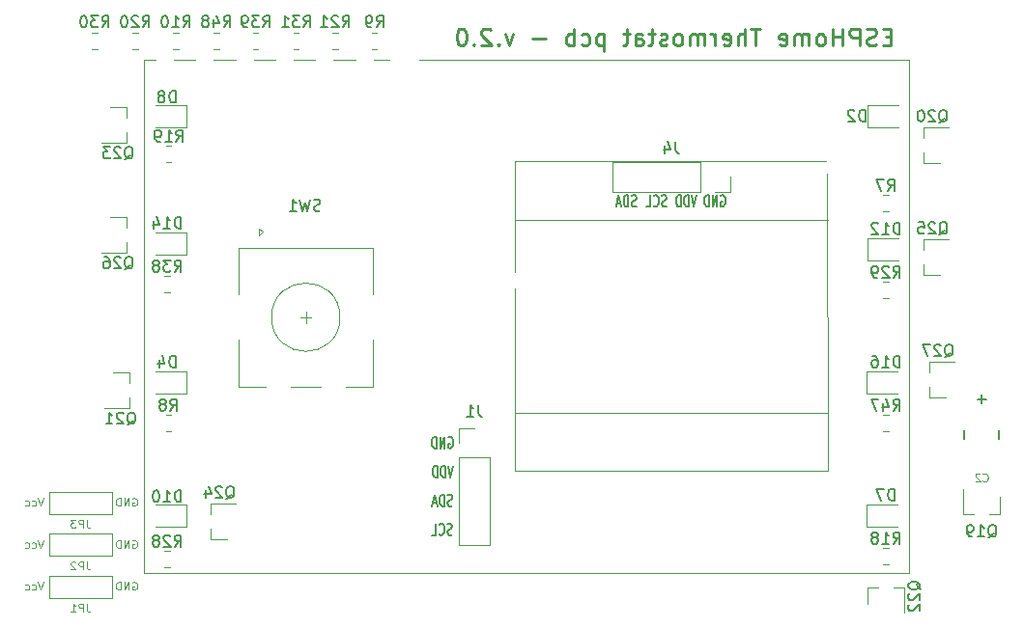
<source format=gbo>
G04 #@! TF.GenerationSoftware,KiCad,Pcbnew,5.1.12-84ad8e8a86~92~ubuntu20.04.1*
G04 #@! TF.CreationDate,2022-02-11T20:29:08+01:00*
G04 #@! TF.ProjectId,ESPHome-Thermostat-pcb,45535048-6f6d-4652-9d54-6865726d6f73,2.0*
G04 #@! TF.SameCoordinates,Original*
G04 #@! TF.FileFunction,Legend,Bot*
G04 #@! TF.FilePolarity,Positive*
%FSLAX46Y46*%
G04 Gerber Fmt 4.6, Leading zero omitted, Abs format (unit mm)*
G04 Created by KiCad (PCBNEW 5.1.12-84ad8e8a86~92~ubuntu20.04.1) date 2022-02-11 20:29:08*
%MOMM*%
%LPD*%
G01*
G04 APERTURE LIST*
%ADD10C,0.250000*%
%ADD11C,0.150000*%
%ADD12C,0.120000*%
%ADD13C,0.127000*%
%ADD14R,0.900000X0.800000*%
%ADD15R,0.800000X0.900000*%
%ADD16C,3.700000*%
%ADD17O,1.700000X1.700000*%
%ADD18R,1.700000X1.700000*%
%ADD19C,2.600000*%
%ADD20R,2.600000X2.600000*%
%ADD21R,3.020000X1.510000*%
%ADD22R,1.500000X1.500000*%
%ADD23C,2.000000*%
%ADD24R,2.000000X2.000000*%
%ADD25R,5.000000X3.500000*%
%ADD26O,3.800000X2.900000*%
%ADD27C,1.524000*%
%ADD28R,2.000000X3.200000*%
G04 APERTURE END LIST*
D10*
X126950000Y-51962857D02*
X126450000Y-51962857D01*
X126235714Y-52748571D02*
X126950000Y-52748571D01*
X126950000Y-51248571D01*
X126235714Y-51248571D01*
X125664285Y-52677142D02*
X125450000Y-52748571D01*
X125092857Y-52748571D01*
X124950000Y-52677142D01*
X124878571Y-52605714D01*
X124807142Y-52462857D01*
X124807142Y-52320000D01*
X124878571Y-52177142D01*
X124950000Y-52105714D01*
X125092857Y-52034285D01*
X125378571Y-51962857D01*
X125521428Y-51891428D01*
X125592857Y-51820000D01*
X125664285Y-51677142D01*
X125664285Y-51534285D01*
X125592857Y-51391428D01*
X125521428Y-51320000D01*
X125378571Y-51248571D01*
X125021428Y-51248571D01*
X124807142Y-51320000D01*
X124164285Y-52748571D02*
X124164285Y-51248571D01*
X123592857Y-51248571D01*
X123450000Y-51320000D01*
X123378571Y-51391428D01*
X123307142Y-51534285D01*
X123307142Y-51748571D01*
X123378571Y-51891428D01*
X123450000Y-51962857D01*
X123592857Y-52034285D01*
X124164285Y-52034285D01*
X122664285Y-52748571D02*
X122664285Y-51248571D01*
X122664285Y-51962857D02*
X121807142Y-51962857D01*
X121807142Y-52748571D02*
X121807142Y-51248571D01*
X120878571Y-52748571D02*
X121021428Y-52677142D01*
X121092857Y-52605714D01*
X121164285Y-52462857D01*
X121164285Y-52034285D01*
X121092857Y-51891428D01*
X121021428Y-51820000D01*
X120878571Y-51748571D01*
X120664285Y-51748571D01*
X120521428Y-51820000D01*
X120450000Y-51891428D01*
X120378571Y-52034285D01*
X120378571Y-52462857D01*
X120450000Y-52605714D01*
X120521428Y-52677142D01*
X120664285Y-52748571D01*
X120878571Y-52748571D01*
X119735714Y-52748571D02*
X119735714Y-51748571D01*
X119735714Y-51891428D02*
X119664285Y-51820000D01*
X119521428Y-51748571D01*
X119307142Y-51748571D01*
X119164285Y-51820000D01*
X119092857Y-51962857D01*
X119092857Y-52748571D01*
X119092857Y-51962857D02*
X119021428Y-51820000D01*
X118878571Y-51748571D01*
X118664285Y-51748571D01*
X118521428Y-51820000D01*
X118450000Y-51962857D01*
X118450000Y-52748571D01*
X117164285Y-52677142D02*
X117307142Y-52748571D01*
X117592857Y-52748571D01*
X117735714Y-52677142D01*
X117807142Y-52534285D01*
X117807142Y-51962857D01*
X117735714Y-51820000D01*
X117592857Y-51748571D01*
X117307142Y-51748571D01*
X117164285Y-51820000D01*
X117092857Y-51962857D01*
X117092857Y-52105714D01*
X117807142Y-52248571D01*
X115521428Y-51248571D02*
X114664285Y-51248571D01*
X115092857Y-52748571D02*
X115092857Y-51248571D01*
X114164285Y-52748571D02*
X114164285Y-51248571D01*
X113521428Y-52748571D02*
X113521428Y-51962857D01*
X113592857Y-51820000D01*
X113735714Y-51748571D01*
X113950000Y-51748571D01*
X114092857Y-51820000D01*
X114164285Y-51891428D01*
X112235714Y-52677142D02*
X112378571Y-52748571D01*
X112664285Y-52748571D01*
X112807142Y-52677142D01*
X112878571Y-52534285D01*
X112878571Y-51962857D01*
X112807142Y-51820000D01*
X112664285Y-51748571D01*
X112378571Y-51748571D01*
X112235714Y-51820000D01*
X112164285Y-51962857D01*
X112164285Y-52105714D01*
X112878571Y-52248571D01*
X111521428Y-52748571D02*
X111521428Y-51748571D01*
X111521428Y-52034285D02*
X111450000Y-51891428D01*
X111378571Y-51820000D01*
X111235714Y-51748571D01*
X111092857Y-51748571D01*
X110592857Y-52748571D02*
X110592857Y-51748571D01*
X110592857Y-51891428D02*
X110521428Y-51820000D01*
X110378571Y-51748571D01*
X110164285Y-51748571D01*
X110021428Y-51820000D01*
X109950000Y-51962857D01*
X109950000Y-52748571D01*
X109950000Y-51962857D02*
X109878571Y-51820000D01*
X109735714Y-51748571D01*
X109521428Y-51748571D01*
X109378571Y-51820000D01*
X109307142Y-51962857D01*
X109307142Y-52748571D01*
X108378571Y-52748571D02*
X108521428Y-52677142D01*
X108592857Y-52605714D01*
X108664285Y-52462857D01*
X108664285Y-52034285D01*
X108592857Y-51891428D01*
X108521428Y-51820000D01*
X108378571Y-51748571D01*
X108164285Y-51748571D01*
X108021428Y-51820000D01*
X107950000Y-51891428D01*
X107878571Y-52034285D01*
X107878571Y-52462857D01*
X107950000Y-52605714D01*
X108021428Y-52677142D01*
X108164285Y-52748571D01*
X108378571Y-52748571D01*
X107307142Y-52677142D02*
X107164285Y-52748571D01*
X106878571Y-52748571D01*
X106735714Y-52677142D01*
X106664285Y-52534285D01*
X106664285Y-52462857D01*
X106735714Y-52320000D01*
X106878571Y-52248571D01*
X107092857Y-52248571D01*
X107235714Y-52177142D01*
X107307142Y-52034285D01*
X107307142Y-51962857D01*
X107235714Y-51820000D01*
X107092857Y-51748571D01*
X106878571Y-51748571D01*
X106735714Y-51820000D01*
X106235714Y-51748571D02*
X105664285Y-51748571D01*
X106021428Y-51248571D02*
X106021428Y-52534285D01*
X105950000Y-52677142D01*
X105807142Y-52748571D01*
X105664285Y-52748571D01*
X104521428Y-52748571D02*
X104521428Y-51962857D01*
X104592857Y-51820000D01*
X104735714Y-51748571D01*
X105021428Y-51748571D01*
X105164285Y-51820000D01*
X104521428Y-52677142D02*
X104664285Y-52748571D01*
X105021428Y-52748571D01*
X105164285Y-52677142D01*
X105235714Y-52534285D01*
X105235714Y-52391428D01*
X105164285Y-52248571D01*
X105021428Y-52177142D01*
X104664285Y-52177142D01*
X104521428Y-52105714D01*
X104021428Y-51748571D02*
X103450000Y-51748571D01*
X103807142Y-51248571D02*
X103807142Y-52534285D01*
X103735714Y-52677142D01*
X103592857Y-52748571D01*
X103450000Y-52748571D01*
X101807142Y-51748571D02*
X101807142Y-53248571D01*
X101807142Y-51820000D02*
X101664285Y-51748571D01*
X101378571Y-51748571D01*
X101235714Y-51820000D01*
X101164285Y-51891428D01*
X101092857Y-52034285D01*
X101092857Y-52462857D01*
X101164285Y-52605714D01*
X101235714Y-52677142D01*
X101378571Y-52748571D01*
X101664285Y-52748571D01*
X101807142Y-52677142D01*
X99807142Y-52677142D02*
X99950000Y-52748571D01*
X100235714Y-52748571D01*
X100378571Y-52677142D01*
X100450000Y-52605714D01*
X100521428Y-52462857D01*
X100521428Y-52034285D01*
X100450000Y-51891428D01*
X100378571Y-51820000D01*
X100235714Y-51748571D01*
X99950000Y-51748571D01*
X99807142Y-51820000D01*
X99164285Y-52748571D02*
X99164285Y-51248571D01*
X99164285Y-51820000D02*
X99021428Y-51748571D01*
X98735714Y-51748571D01*
X98592857Y-51820000D01*
X98521428Y-51891428D01*
X98450000Y-52034285D01*
X98450000Y-52462857D01*
X98521428Y-52605714D01*
X98592857Y-52677142D01*
X98735714Y-52748571D01*
X99021428Y-52748571D01*
X99164285Y-52677142D01*
X96664285Y-52177142D02*
X95521428Y-52177142D01*
X93807142Y-51748571D02*
X93450000Y-52748571D01*
X93092857Y-51748571D01*
X92521428Y-52605714D02*
X92450000Y-52677142D01*
X92521428Y-52748571D01*
X92592857Y-52677142D01*
X92521428Y-52605714D01*
X92521428Y-52748571D01*
X91878571Y-51391428D02*
X91807142Y-51320000D01*
X91664285Y-51248571D01*
X91307142Y-51248571D01*
X91164285Y-51320000D01*
X91092857Y-51391428D01*
X91021428Y-51534285D01*
X91021428Y-51677142D01*
X91092857Y-51891428D01*
X91950000Y-52748571D01*
X91021428Y-52748571D01*
X90378571Y-52605714D02*
X90307142Y-52677142D01*
X90378571Y-52748571D01*
X90450000Y-52677142D01*
X90378571Y-52605714D01*
X90378571Y-52748571D01*
X89378571Y-51248571D02*
X89235714Y-51248571D01*
X89092857Y-51320000D01*
X89021428Y-51391428D01*
X88950000Y-51534285D01*
X88878571Y-51820000D01*
X88878571Y-52177142D01*
X88950000Y-52462857D01*
X89021428Y-52605714D01*
X89092857Y-52677142D01*
X89235714Y-52748571D01*
X89378571Y-52748571D01*
X89521428Y-52677142D01*
X89592857Y-52605714D01*
X89664285Y-52462857D01*
X89735714Y-52177142D01*
X89735714Y-51820000D01*
X89664285Y-51534285D01*
X89592857Y-51391428D01*
X89521428Y-51320000D01*
X89378571Y-51248571D01*
D11*
X135254952Y-83764428D02*
X134493047Y-83764428D01*
X134874000Y-84145380D02*
X134874000Y-83383476D01*
X88463333Y-95654761D02*
X88363333Y-95702380D01*
X88196666Y-95702380D01*
X88130000Y-95654761D01*
X88096666Y-95607142D01*
X88063333Y-95511904D01*
X88063333Y-95416666D01*
X88096666Y-95321428D01*
X88130000Y-95273809D01*
X88196666Y-95226190D01*
X88330000Y-95178571D01*
X88396666Y-95130952D01*
X88430000Y-95083333D01*
X88463333Y-94988095D01*
X88463333Y-94892857D01*
X88430000Y-94797619D01*
X88396666Y-94750000D01*
X88330000Y-94702380D01*
X88163333Y-94702380D01*
X88063333Y-94750000D01*
X87363333Y-95607142D02*
X87396666Y-95654761D01*
X87496666Y-95702380D01*
X87563333Y-95702380D01*
X87663333Y-95654761D01*
X87730000Y-95559523D01*
X87763333Y-95464285D01*
X87796666Y-95273809D01*
X87796666Y-95130952D01*
X87763333Y-94940476D01*
X87730000Y-94845238D01*
X87663333Y-94750000D01*
X87563333Y-94702380D01*
X87496666Y-94702380D01*
X87396666Y-94750000D01*
X87363333Y-94797619D01*
X86730000Y-95702380D02*
X87063333Y-95702380D01*
X87063333Y-94702380D01*
X88480000Y-93114761D02*
X88380000Y-93162380D01*
X88213333Y-93162380D01*
X88146666Y-93114761D01*
X88113333Y-93067142D01*
X88080000Y-92971904D01*
X88080000Y-92876666D01*
X88113333Y-92781428D01*
X88146666Y-92733809D01*
X88213333Y-92686190D01*
X88346666Y-92638571D01*
X88413333Y-92590952D01*
X88446666Y-92543333D01*
X88480000Y-92448095D01*
X88480000Y-92352857D01*
X88446666Y-92257619D01*
X88413333Y-92210000D01*
X88346666Y-92162380D01*
X88180000Y-92162380D01*
X88080000Y-92210000D01*
X87780000Y-93162380D02*
X87780000Y-92162380D01*
X87613333Y-92162380D01*
X87513333Y-92210000D01*
X87446666Y-92305238D01*
X87413333Y-92400476D01*
X87380000Y-92590952D01*
X87380000Y-92733809D01*
X87413333Y-92924285D01*
X87446666Y-93019523D01*
X87513333Y-93114761D01*
X87613333Y-93162380D01*
X87780000Y-93162380D01*
X87113333Y-92876666D02*
X86780000Y-92876666D01*
X87180000Y-93162380D02*
X86946666Y-92162380D01*
X86713333Y-93162380D01*
X88563333Y-89622380D02*
X88330000Y-90622380D01*
X88096666Y-89622380D01*
X87863333Y-90622380D02*
X87863333Y-89622380D01*
X87696666Y-89622380D01*
X87596666Y-89670000D01*
X87530000Y-89765238D01*
X87496666Y-89860476D01*
X87463333Y-90050952D01*
X87463333Y-90193809D01*
X87496666Y-90384285D01*
X87530000Y-90479523D01*
X87596666Y-90574761D01*
X87696666Y-90622380D01*
X87863333Y-90622380D01*
X87163333Y-90622380D02*
X87163333Y-89622380D01*
X86996666Y-89622380D01*
X86896666Y-89670000D01*
X86830000Y-89765238D01*
X86796666Y-89860476D01*
X86763333Y-90050952D01*
X86763333Y-90193809D01*
X86796666Y-90384285D01*
X86830000Y-90479523D01*
X86896666Y-90574761D01*
X86996666Y-90622380D01*
X87163333Y-90622380D01*
X88163333Y-87130000D02*
X88230000Y-87082380D01*
X88330000Y-87082380D01*
X88430000Y-87130000D01*
X88496666Y-87225238D01*
X88530000Y-87320476D01*
X88563333Y-87510952D01*
X88563333Y-87653809D01*
X88530000Y-87844285D01*
X88496666Y-87939523D01*
X88430000Y-88034761D01*
X88330000Y-88082380D01*
X88263333Y-88082380D01*
X88163333Y-88034761D01*
X88130000Y-87987142D01*
X88130000Y-87653809D01*
X88263333Y-87653809D01*
X87830000Y-88082380D02*
X87830000Y-87082380D01*
X87430000Y-88082380D01*
X87430000Y-87082380D01*
X87096666Y-88082380D02*
X87096666Y-87082380D01*
X86930000Y-87082380D01*
X86830000Y-87130000D01*
X86763333Y-87225238D01*
X86730000Y-87320476D01*
X86696666Y-87510952D01*
X86696666Y-87653809D01*
X86730000Y-87844285D01*
X86763333Y-87939523D01*
X86830000Y-88034761D01*
X86930000Y-88082380D01*
X87096666Y-88082380D01*
D12*
X61500000Y-99000000D02*
X61500000Y-54000000D01*
X128500000Y-99000000D02*
X61500000Y-99000000D01*
X128500000Y-54000000D02*
X128500000Y-99000000D01*
X61500000Y-54000000D02*
X128500000Y-54000000D01*
X130304000Y-83622000D02*
X131764000Y-83622000D01*
X130304000Y-80462000D02*
X132464000Y-80462000D01*
X130304000Y-80462000D02*
X130304000Y-81392000D01*
X130304000Y-83622000D02*
X130304000Y-82692000D01*
X59942000Y-67762000D02*
X58482000Y-67762000D01*
X59942000Y-70922000D02*
X57782000Y-70922000D01*
X59942000Y-70922000D02*
X59942000Y-69992000D01*
X59942000Y-67762000D02*
X59942000Y-68692000D01*
X129812000Y-72888000D02*
X131272000Y-72888000D01*
X129812000Y-69728000D02*
X131972000Y-69728000D01*
X129812000Y-69728000D02*
X129812000Y-70658000D01*
X129812000Y-72888000D02*
X129812000Y-71958000D01*
X67312000Y-96068000D02*
X68772000Y-96068000D01*
X67312000Y-92908000D02*
X69472000Y-92908000D01*
X67312000Y-92908000D02*
X67312000Y-93838000D01*
X67312000Y-96068000D02*
X67312000Y-95138000D01*
X59942000Y-58110000D02*
X58482000Y-58110000D01*
X59942000Y-61270000D02*
X57782000Y-61270000D01*
X59942000Y-61270000D02*
X59942000Y-60340000D01*
X59942000Y-58110000D02*
X59942000Y-59040000D01*
X124912000Y-100332000D02*
X124912000Y-101792000D01*
X128072000Y-100332000D02*
X128072000Y-102492000D01*
X128072000Y-100332000D02*
X127142000Y-100332000D01*
X124912000Y-100332000D02*
X125842000Y-100332000D01*
X60180000Y-81412000D02*
X58720000Y-81412000D01*
X60180000Y-84572000D02*
X58020000Y-84572000D01*
X60180000Y-84572000D02*
X60180000Y-83642000D01*
X60180000Y-81412000D02*
X60180000Y-82342000D01*
X129796000Y-63048000D02*
X131256000Y-63048000D01*
X129796000Y-59888000D02*
X131956000Y-59888000D01*
X129796000Y-59888000D02*
X129796000Y-60818000D01*
X129796000Y-63048000D02*
X129796000Y-62118000D01*
X90424000Y-86300000D02*
X89094000Y-86300000D01*
X89094000Y-86300000D02*
X89094000Y-87630000D01*
X89094000Y-88900000D02*
X89094000Y-96580000D01*
X91754000Y-96580000D02*
X89094000Y-96580000D01*
X91754000Y-88900000D02*
X91754000Y-96580000D01*
X91754000Y-88900000D02*
X89094000Y-88900000D01*
X68045064Y-51589000D02*
X67590936Y-51589000D01*
X68045064Y-53059000D02*
X67590936Y-53059000D01*
X71497564Y-51589000D02*
X71043436Y-51589000D01*
X71497564Y-53059000D02*
X71043436Y-53059000D01*
X75053564Y-51589000D02*
X74599436Y-51589000D01*
X75053564Y-53059000D02*
X74599436Y-53059000D01*
X57377064Y-51589000D02*
X56922936Y-51589000D01*
X57377064Y-53059000D02*
X56922936Y-53059000D01*
X60933064Y-51589000D02*
X60478936Y-51589000D01*
X60933064Y-53059000D02*
X60478936Y-53059000D01*
X78459064Y-51589000D02*
X78004936Y-51589000D01*
X78459064Y-53059000D02*
X78004936Y-53059000D01*
X64489064Y-51589000D02*
X64034936Y-51589000D01*
X64489064Y-53059000D02*
X64034936Y-53059000D01*
X126264936Y-86587000D02*
X126719064Y-86587000D01*
X126264936Y-85117000D02*
X126719064Y-85117000D01*
X63727064Y-72925000D02*
X63272936Y-72925000D01*
X63727064Y-74395000D02*
X63272936Y-74395000D01*
X126264936Y-74903000D02*
X126719064Y-74903000D01*
X126264936Y-73433000D02*
X126719064Y-73433000D01*
X63727064Y-97055000D02*
X63272936Y-97055000D01*
X63727064Y-98525000D02*
X63272936Y-98525000D01*
X126719064Y-96801000D02*
X126264936Y-96801000D01*
X126719064Y-98271000D02*
X126264936Y-98271000D01*
X63877564Y-61495000D02*
X63423436Y-61495000D01*
X63877564Y-62965000D02*
X63423436Y-62965000D01*
X81911564Y-51589000D02*
X81457436Y-51589000D01*
X81911564Y-53059000D02*
X81457436Y-53059000D01*
X63830564Y-85117000D02*
X63376436Y-85117000D01*
X63830564Y-86587000D02*
X63376436Y-86587000D01*
X126719064Y-65813000D02*
X126264936Y-65813000D01*
X126719064Y-67283000D02*
X126264936Y-67283000D01*
X127492000Y-83256000D02*
X124807000Y-83256000D01*
X124807000Y-83256000D02*
X124807000Y-81336000D01*
X124807000Y-81336000D02*
X127492000Y-81336000D01*
X62500000Y-69144000D02*
X65185000Y-69144000D01*
X65185000Y-69144000D02*
X65185000Y-71064000D01*
X65185000Y-71064000D02*
X62500000Y-71064000D01*
X127570500Y-71572000D02*
X124885500Y-71572000D01*
X124885500Y-71572000D02*
X124885500Y-69652000D01*
X124885500Y-69652000D02*
X127570500Y-69652000D01*
X62500000Y-93020000D02*
X65185000Y-93020000D01*
X65185000Y-93020000D02*
X65185000Y-94940000D01*
X65185000Y-94940000D02*
X62500000Y-94940000D01*
X127492000Y-94940000D02*
X124807000Y-94940000D01*
X124807000Y-94940000D02*
X124807000Y-93020000D01*
X124807000Y-93020000D02*
X127492000Y-93020000D01*
X62500000Y-57968000D02*
X65185000Y-57968000D01*
X65185000Y-57968000D02*
X65185000Y-59888000D01*
X65185000Y-59888000D02*
X62500000Y-59888000D01*
X62500000Y-81336000D02*
X65185000Y-81336000D01*
X65185000Y-81336000D02*
X65185000Y-83256000D01*
X65185000Y-83256000D02*
X62500000Y-83256000D01*
X127570500Y-59888000D02*
X124885500Y-59888000D01*
X124885500Y-59888000D02*
X124885500Y-57968000D01*
X124885500Y-57968000D02*
X127570500Y-57968000D01*
D13*
X136374000Y-86498000D02*
X136374000Y-87238000D01*
X133374000Y-86498000D02*
X133374000Y-87238000D01*
D12*
X136454000Y-93851000D02*
X135524000Y-93851000D01*
X133294000Y-93851000D02*
X134224000Y-93851000D01*
X133294000Y-93851000D02*
X133294000Y-91691000D01*
X136454000Y-93851000D02*
X136454000Y-92391000D01*
X53130000Y-91887000D02*
X53130000Y-93837000D01*
X58630000Y-91887000D02*
X53130000Y-91887000D01*
X58630000Y-93837000D02*
X58630000Y-91887000D01*
X53130000Y-93837000D02*
X58630000Y-93837000D01*
X53130000Y-95570000D02*
X53130000Y-97520000D01*
X58630000Y-95570000D02*
X53130000Y-95570000D01*
X58630000Y-97520000D02*
X58630000Y-95570000D01*
X53130000Y-97520000D02*
X58630000Y-97520000D01*
X53162000Y-99253000D02*
X53162000Y-101203000D01*
X58662000Y-99253000D02*
X53162000Y-99253000D01*
X58662000Y-101203000D02*
X58662000Y-99253000D01*
X53162000Y-101203000D02*
X58662000Y-101203000D01*
X102556000Y-65592000D02*
X102556000Y-62932000D01*
X111506000Y-65592000D02*
X112836000Y-65592000D01*
X112836000Y-65592000D02*
X112836000Y-64262000D01*
X110236000Y-65592000D02*
X102556000Y-65592000D01*
X110236000Y-65592000D02*
X110236000Y-62932000D01*
X110236000Y-62932000D02*
X102556000Y-62932000D01*
X93980000Y-90043000D02*
X93980000Y-62865000D01*
X121412000Y-84963000D02*
X93980000Y-84963000D01*
X121412000Y-68072000D02*
X93980000Y-68072000D01*
X121412000Y-90043000D02*
X121285000Y-62865000D01*
X93980000Y-90043000D02*
X121412000Y-90043000D01*
X121412000Y-62865000D02*
X93980000Y-62865000D01*
X75652000Y-76088000D02*
X75652000Y-77088000D01*
X75152000Y-76588000D02*
X76152000Y-76588000D01*
X79152000Y-82688000D02*
X81552000Y-82688000D01*
X74352000Y-82688000D02*
X76952000Y-82688000D01*
X69752000Y-82688000D02*
X72152000Y-82688000D01*
X71552000Y-69388000D02*
X71852000Y-69088000D01*
X71552000Y-68788000D02*
X71552000Y-69388000D01*
X71852000Y-69088000D02*
X71552000Y-68788000D01*
X69752000Y-70488000D02*
X81552000Y-70488000D01*
X69752000Y-74588000D02*
X69752000Y-70488000D01*
X81552000Y-74588000D02*
X81552000Y-70488000D01*
X81552000Y-82688000D02*
X81552000Y-78588000D01*
X69752000Y-78588000D02*
X69752000Y-82688000D01*
X78652000Y-76588000D02*
G75*
G03*
X78652000Y-76588000I-3000000J0D01*
G01*
D11*
X131635428Y-80089619D02*
X131730666Y-80042000D01*
X131825904Y-79946761D01*
X131968761Y-79803904D01*
X132064000Y-79756285D01*
X132159238Y-79756285D01*
X132111619Y-79994380D02*
X132206857Y-79946761D01*
X132302095Y-79851523D01*
X132349714Y-79661047D01*
X132349714Y-79327714D01*
X132302095Y-79137238D01*
X132206857Y-79042000D01*
X132111619Y-78994380D01*
X131921142Y-78994380D01*
X131825904Y-79042000D01*
X131730666Y-79137238D01*
X131683047Y-79327714D01*
X131683047Y-79661047D01*
X131730666Y-79851523D01*
X131825904Y-79946761D01*
X131921142Y-79994380D01*
X132111619Y-79994380D01*
X131302095Y-79089619D02*
X131254476Y-79042000D01*
X131159238Y-78994380D01*
X130921142Y-78994380D01*
X130825904Y-79042000D01*
X130778285Y-79089619D01*
X130730666Y-79184857D01*
X130730666Y-79280095D01*
X130778285Y-79422952D01*
X131349714Y-79994380D01*
X130730666Y-79994380D01*
X130397333Y-78994380D02*
X129730666Y-78994380D01*
X130159238Y-79994380D01*
X59753428Y-72389619D02*
X59848666Y-72342000D01*
X59943904Y-72246761D01*
X60086761Y-72103904D01*
X60182000Y-72056285D01*
X60277238Y-72056285D01*
X60229619Y-72294380D02*
X60324857Y-72246761D01*
X60420095Y-72151523D01*
X60467714Y-71961047D01*
X60467714Y-71627714D01*
X60420095Y-71437238D01*
X60324857Y-71342000D01*
X60229619Y-71294380D01*
X60039142Y-71294380D01*
X59943904Y-71342000D01*
X59848666Y-71437238D01*
X59801047Y-71627714D01*
X59801047Y-71961047D01*
X59848666Y-72151523D01*
X59943904Y-72246761D01*
X60039142Y-72294380D01*
X60229619Y-72294380D01*
X59420095Y-71389619D02*
X59372476Y-71342000D01*
X59277238Y-71294380D01*
X59039142Y-71294380D01*
X58943904Y-71342000D01*
X58896285Y-71389619D01*
X58848666Y-71484857D01*
X58848666Y-71580095D01*
X58896285Y-71722952D01*
X59467714Y-72294380D01*
X58848666Y-72294380D01*
X57991523Y-71294380D02*
X58182000Y-71294380D01*
X58277238Y-71342000D01*
X58324857Y-71389619D01*
X58420095Y-71532476D01*
X58467714Y-71722952D01*
X58467714Y-72103904D01*
X58420095Y-72199142D01*
X58372476Y-72246761D01*
X58277238Y-72294380D01*
X58086761Y-72294380D01*
X57991523Y-72246761D01*
X57943904Y-72199142D01*
X57896285Y-72103904D01*
X57896285Y-71865809D01*
X57943904Y-71770571D01*
X57991523Y-71722952D01*
X58086761Y-71675333D01*
X58277238Y-71675333D01*
X58372476Y-71722952D01*
X58420095Y-71770571D01*
X58467714Y-71865809D01*
X131143428Y-69355619D02*
X131238666Y-69308000D01*
X131333904Y-69212761D01*
X131476761Y-69069904D01*
X131572000Y-69022285D01*
X131667238Y-69022285D01*
X131619619Y-69260380D02*
X131714857Y-69212761D01*
X131810095Y-69117523D01*
X131857714Y-68927047D01*
X131857714Y-68593714D01*
X131810095Y-68403238D01*
X131714857Y-68308000D01*
X131619619Y-68260380D01*
X131429142Y-68260380D01*
X131333904Y-68308000D01*
X131238666Y-68403238D01*
X131191047Y-68593714D01*
X131191047Y-68927047D01*
X131238666Y-69117523D01*
X131333904Y-69212761D01*
X131429142Y-69260380D01*
X131619619Y-69260380D01*
X130810095Y-68355619D02*
X130762476Y-68308000D01*
X130667238Y-68260380D01*
X130429142Y-68260380D01*
X130333904Y-68308000D01*
X130286285Y-68355619D01*
X130238666Y-68450857D01*
X130238666Y-68546095D01*
X130286285Y-68688952D01*
X130857714Y-69260380D01*
X130238666Y-69260380D01*
X129333904Y-68260380D02*
X129810095Y-68260380D01*
X129857714Y-68736571D01*
X129810095Y-68688952D01*
X129714857Y-68641333D01*
X129476761Y-68641333D01*
X129381523Y-68688952D01*
X129333904Y-68736571D01*
X129286285Y-68831809D01*
X129286285Y-69069904D01*
X129333904Y-69165142D01*
X129381523Y-69212761D01*
X129476761Y-69260380D01*
X129714857Y-69260380D01*
X129810095Y-69212761D01*
X129857714Y-69165142D01*
X68643428Y-92535619D02*
X68738666Y-92488000D01*
X68833904Y-92392761D01*
X68976761Y-92249904D01*
X69072000Y-92202285D01*
X69167238Y-92202285D01*
X69119619Y-92440380D02*
X69214857Y-92392761D01*
X69310095Y-92297523D01*
X69357714Y-92107047D01*
X69357714Y-91773714D01*
X69310095Y-91583238D01*
X69214857Y-91488000D01*
X69119619Y-91440380D01*
X68929142Y-91440380D01*
X68833904Y-91488000D01*
X68738666Y-91583238D01*
X68691047Y-91773714D01*
X68691047Y-92107047D01*
X68738666Y-92297523D01*
X68833904Y-92392761D01*
X68929142Y-92440380D01*
X69119619Y-92440380D01*
X68310095Y-91535619D02*
X68262476Y-91488000D01*
X68167238Y-91440380D01*
X67929142Y-91440380D01*
X67833904Y-91488000D01*
X67786285Y-91535619D01*
X67738666Y-91630857D01*
X67738666Y-91726095D01*
X67786285Y-91868952D01*
X68357714Y-92440380D01*
X67738666Y-92440380D01*
X66881523Y-91773714D02*
X66881523Y-92440380D01*
X67119619Y-91392761D02*
X67357714Y-92107047D01*
X66738666Y-92107047D01*
X59753428Y-62737619D02*
X59848666Y-62690000D01*
X59943904Y-62594761D01*
X60086761Y-62451904D01*
X60182000Y-62404285D01*
X60277238Y-62404285D01*
X60229619Y-62642380D02*
X60324857Y-62594761D01*
X60420095Y-62499523D01*
X60467714Y-62309047D01*
X60467714Y-61975714D01*
X60420095Y-61785238D01*
X60324857Y-61690000D01*
X60229619Y-61642380D01*
X60039142Y-61642380D01*
X59943904Y-61690000D01*
X59848666Y-61785238D01*
X59801047Y-61975714D01*
X59801047Y-62309047D01*
X59848666Y-62499523D01*
X59943904Y-62594761D01*
X60039142Y-62642380D01*
X60229619Y-62642380D01*
X59420095Y-61737619D02*
X59372476Y-61690000D01*
X59277238Y-61642380D01*
X59039142Y-61642380D01*
X58943904Y-61690000D01*
X58896285Y-61737619D01*
X58848666Y-61832857D01*
X58848666Y-61928095D01*
X58896285Y-62070952D01*
X59467714Y-62642380D01*
X58848666Y-62642380D01*
X58515333Y-61642380D02*
X57896285Y-61642380D01*
X58229619Y-62023333D01*
X58086761Y-62023333D01*
X57991523Y-62070952D01*
X57943904Y-62118571D01*
X57896285Y-62213809D01*
X57896285Y-62451904D01*
X57943904Y-62547142D01*
X57991523Y-62594761D01*
X58086761Y-62642380D01*
X58372476Y-62642380D01*
X58467714Y-62594761D01*
X58515333Y-62547142D01*
X129539619Y-100520571D02*
X129492000Y-100425333D01*
X129396761Y-100330095D01*
X129253904Y-100187238D01*
X129206285Y-100092000D01*
X129206285Y-99996761D01*
X129444380Y-100044380D02*
X129396761Y-99949142D01*
X129301523Y-99853904D01*
X129111047Y-99806285D01*
X128777714Y-99806285D01*
X128587238Y-99853904D01*
X128492000Y-99949142D01*
X128444380Y-100044380D01*
X128444380Y-100234857D01*
X128492000Y-100330095D01*
X128587238Y-100425333D01*
X128777714Y-100472952D01*
X129111047Y-100472952D01*
X129301523Y-100425333D01*
X129396761Y-100330095D01*
X129444380Y-100234857D01*
X129444380Y-100044380D01*
X128539619Y-100853904D02*
X128492000Y-100901523D01*
X128444380Y-100996761D01*
X128444380Y-101234857D01*
X128492000Y-101330095D01*
X128539619Y-101377714D01*
X128634857Y-101425333D01*
X128730095Y-101425333D01*
X128872952Y-101377714D01*
X129444380Y-100806285D01*
X129444380Y-101425333D01*
X128539619Y-101806285D02*
X128492000Y-101853904D01*
X128444380Y-101949142D01*
X128444380Y-102187238D01*
X128492000Y-102282476D01*
X128539619Y-102330095D01*
X128634857Y-102377714D01*
X128730095Y-102377714D01*
X128872952Y-102330095D01*
X129444380Y-101758666D01*
X129444380Y-102377714D01*
X59991428Y-86039619D02*
X60086666Y-85992000D01*
X60181904Y-85896761D01*
X60324761Y-85753904D01*
X60420000Y-85706285D01*
X60515238Y-85706285D01*
X60467619Y-85944380D02*
X60562857Y-85896761D01*
X60658095Y-85801523D01*
X60705714Y-85611047D01*
X60705714Y-85277714D01*
X60658095Y-85087238D01*
X60562857Y-84992000D01*
X60467619Y-84944380D01*
X60277142Y-84944380D01*
X60181904Y-84992000D01*
X60086666Y-85087238D01*
X60039047Y-85277714D01*
X60039047Y-85611047D01*
X60086666Y-85801523D01*
X60181904Y-85896761D01*
X60277142Y-85944380D01*
X60467619Y-85944380D01*
X59658095Y-85039619D02*
X59610476Y-84992000D01*
X59515238Y-84944380D01*
X59277142Y-84944380D01*
X59181904Y-84992000D01*
X59134285Y-85039619D01*
X59086666Y-85134857D01*
X59086666Y-85230095D01*
X59134285Y-85372952D01*
X59705714Y-85944380D01*
X59086666Y-85944380D01*
X58134285Y-85944380D02*
X58705714Y-85944380D01*
X58420000Y-85944380D02*
X58420000Y-84944380D01*
X58515238Y-85087238D01*
X58610476Y-85182476D01*
X58705714Y-85230095D01*
X131127428Y-59515619D02*
X131222666Y-59468000D01*
X131317904Y-59372761D01*
X131460761Y-59229904D01*
X131556000Y-59182285D01*
X131651238Y-59182285D01*
X131603619Y-59420380D02*
X131698857Y-59372761D01*
X131794095Y-59277523D01*
X131841714Y-59087047D01*
X131841714Y-58753714D01*
X131794095Y-58563238D01*
X131698857Y-58468000D01*
X131603619Y-58420380D01*
X131413142Y-58420380D01*
X131317904Y-58468000D01*
X131222666Y-58563238D01*
X131175047Y-58753714D01*
X131175047Y-59087047D01*
X131222666Y-59277523D01*
X131317904Y-59372761D01*
X131413142Y-59420380D01*
X131603619Y-59420380D01*
X130794095Y-58515619D02*
X130746476Y-58468000D01*
X130651238Y-58420380D01*
X130413142Y-58420380D01*
X130317904Y-58468000D01*
X130270285Y-58515619D01*
X130222666Y-58610857D01*
X130222666Y-58706095D01*
X130270285Y-58848952D01*
X130841714Y-59420380D01*
X130222666Y-59420380D01*
X129603619Y-58420380D02*
X129508380Y-58420380D01*
X129413142Y-58468000D01*
X129365523Y-58515619D01*
X129317904Y-58610857D01*
X129270285Y-58801333D01*
X129270285Y-59039428D01*
X129317904Y-59229904D01*
X129365523Y-59325142D01*
X129413142Y-59372761D01*
X129508380Y-59420380D01*
X129603619Y-59420380D01*
X129698857Y-59372761D01*
X129746476Y-59325142D01*
X129794095Y-59229904D01*
X129841714Y-59039428D01*
X129841714Y-58801333D01*
X129794095Y-58610857D01*
X129746476Y-58515619D01*
X129698857Y-58468000D01*
X129603619Y-58420380D01*
X90757333Y-84288380D02*
X90757333Y-85002666D01*
X90804952Y-85145523D01*
X90900190Y-85240761D01*
X91043047Y-85288380D01*
X91138285Y-85288380D01*
X89757333Y-85288380D02*
X90328761Y-85288380D01*
X90043047Y-85288380D02*
X90043047Y-84288380D01*
X90138285Y-84431238D01*
X90233523Y-84526476D01*
X90328761Y-84574095D01*
X68460857Y-51126380D02*
X68794190Y-50650190D01*
X69032285Y-51126380D02*
X69032285Y-50126380D01*
X68651333Y-50126380D01*
X68556095Y-50174000D01*
X68508476Y-50221619D01*
X68460857Y-50316857D01*
X68460857Y-50459714D01*
X68508476Y-50554952D01*
X68556095Y-50602571D01*
X68651333Y-50650190D01*
X69032285Y-50650190D01*
X67603714Y-50459714D02*
X67603714Y-51126380D01*
X67841809Y-50078761D02*
X68079904Y-50793047D01*
X67460857Y-50793047D01*
X66937047Y-50554952D02*
X67032285Y-50507333D01*
X67079904Y-50459714D01*
X67127523Y-50364476D01*
X67127523Y-50316857D01*
X67079904Y-50221619D01*
X67032285Y-50174000D01*
X66937047Y-50126380D01*
X66746571Y-50126380D01*
X66651333Y-50174000D01*
X66603714Y-50221619D01*
X66556095Y-50316857D01*
X66556095Y-50364476D01*
X66603714Y-50459714D01*
X66651333Y-50507333D01*
X66746571Y-50554952D01*
X66937047Y-50554952D01*
X67032285Y-50602571D01*
X67079904Y-50650190D01*
X67127523Y-50745428D01*
X67127523Y-50935904D01*
X67079904Y-51031142D01*
X67032285Y-51078761D01*
X66937047Y-51126380D01*
X66746571Y-51126380D01*
X66651333Y-51078761D01*
X66603714Y-51031142D01*
X66556095Y-50935904D01*
X66556095Y-50745428D01*
X66603714Y-50650190D01*
X66651333Y-50602571D01*
X66746571Y-50554952D01*
X71913357Y-51126380D02*
X72246690Y-50650190D01*
X72484785Y-51126380D02*
X72484785Y-50126380D01*
X72103833Y-50126380D01*
X72008595Y-50174000D01*
X71960976Y-50221619D01*
X71913357Y-50316857D01*
X71913357Y-50459714D01*
X71960976Y-50554952D01*
X72008595Y-50602571D01*
X72103833Y-50650190D01*
X72484785Y-50650190D01*
X71580023Y-50126380D02*
X70960976Y-50126380D01*
X71294309Y-50507333D01*
X71151452Y-50507333D01*
X71056214Y-50554952D01*
X71008595Y-50602571D01*
X70960976Y-50697809D01*
X70960976Y-50935904D01*
X71008595Y-51031142D01*
X71056214Y-51078761D01*
X71151452Y-51126380D01*
X71437166Y-51126380D01*
X71532404Y-51078761D01*
X71580023Y-51031142D01*
X70484785Y-51126380D02*
X70294309Y-51126380D01*
X70199071Y-51078761D01*
X70151452Y-51031142D01*
X70056214Y-50888285D01*
X70008595Y-50697809D01*
X70008595Y-50316857D01*
X70056214Y-50221619D01*
X70103833Y-50174000D01*
X70199071Y-50126380D01*
X70389547Y-50126380D01*
X70484785Y-50174000D01*
X70532404Y-50221619D01*
X70580023Y-50316857D01*
X70580023Y-50554952D01*
X70532404Y-50650190D01*
X70484785Y-50697809D01*
X70389547Y-50745428D01*
X70199071Y-50745428D01*
X70103833Y-50697809D01*
X70056214Y-50650190D01*
X70008595Y-50554952D01*
X75469357Y-51126380D02*
X75802690Y-50650190D01*
X76040785Y-51126380D02*
X76040785Y-50126380D01*
X75659833Y-50126380D01*
X75564595Y-50174000D01*
X75516976Y-50221619D01*
X75469357Y-50316857D01*
X75469357Y-50459714D01*
X75516976Y-50554952D01*
X75564595Y-50602571D01*
X75659833Y-50650190D01*
X76040785Y-50650190D01*
X75136023Y-50126380D02*
X74516976Y-50126380D01*
X74850309Y-50507333D01*
X74707452Y-50507333D01*
X74612214Y-50554952D01*
X74564595Y-50602571D01*
X74516976Y-50697809D01*
X74516976Y-50935904D01*
X74564595Y-51031142D01*
X74612214Y-51078761D01*
X74707452Y-51126380D01*
X74993166Y-51126380D01*
X75088404Y-51078761D01*
X75136023Y-51031142D01*
X73564595Y-51126380D02*
X74136023Y-51126380D01*
X73850309Y-51126380D02*
X73850309Y-50126380D01*
X73945547Y-50269238D01*
X74040785Y-50364476D01*
X74136023Y-50412095D01*
X57792857Y-51126380D02*
X58126190Y-50650190D01*
X58364285Y-51126380D02*
X58364285Y-50126380D01*
X57983333Y-50126380D01*
X57888095Y-50174000D01*
X57840476Y-50221619D01*
X57792857Y-50316857D01*
X57792857Y-50459714D01*
X57840476Y-50554952D01*
X57888095Y-50602571D01*
X57983333Y-50650190D01*
X58364285Y-50650190D01*
X57459523Y-50126380D02*
X56840476Y-50126380D01*
X57173809Y-50507333D01*
X57030952Y-50507333D01*
X56935714Y-50554952D01*
X56888095Y-50602571D01*
X56840476Y-50697809D01*
X56840476Y-50935904D01*
X56888095Y-51031142D01*
X56935714Y-51078761D01*
X57030952Y-51126380D01*
X57316666Y-51126380D01*
X57411904Y-51078761D01*
X57459523Y-51031142D01*
X56221428Y-50126380D02*
X56126190Y-50126380D01*
X56030952Y-50174000D01*
X55983333Y-50221619D01*
X55935714Y-50316857D01*
X55888095Y-50507333D01*
X55888095Y-50745428D01*
X55935714Y-50935904D01*
X55983333Y-51031142D01*
X56030952Y-51078761D01*
X56126190Y-51126380D01*
X56221428Y-51126380D01*
X56316666Y-51078761D01*
X56364285Y-51031142D01*
X56411904Y-50935904D01*
X56459523Y-50745428D01*
X56459523Y-50507333D01*
X56411904Y-50316857D01*
X56364285Y-50221619D01*
X56316666Y-50174000D01*
X56221428Y-50126380D01*
X61348857Y-51126380D02*
X61682190Y-50650190D01*
X61920285Y-51126380D02*
X61920285Y-50126380D01*
X61539333Y-50126380D01*
X61444095Y-50174000D01*
X61396476Y-50221619D01*
X61348857Y-50316857D01*
X61348857Y-50459714D01*
X61396476Y-50554952D01*
X61444095Y-50602571D01*
X61539333Y-50650190D01*
X61920285Y-50650190D01*
X60967904Y-50221619D02*
X60920285Y-50174000D01*
X60825047Y-50126380D01*
X60586952Y-50126380D01*
X60491714Y-50174000D01*
X60444095Y-50221619D01*
X60396476Y-50316857D01*
X60396476Y-50412095D01*
X60444095Y-50554952D01*
X61015523Y-51126380D01*
X60396476Y-51126380D01*
X59777428Y-50126380D02*
X59682190Y-50126380D01*
X59586952Y-50174000D01*
X59539333Y-50221619D01*
X59491714Y-50316857D01*
X59444095Y-50507333D01*
X59444095Y-50745428D01*
X59491714Y-50935904D01*
X59539333Y-51031142D01*
X59586952Y-51078761D01*
X59682190Y-51126380D01*
X59777428Y-51126380D01*
X59872666Y-51078761D01*
X59920285Y-51031142D01*
X59967904Y-50935904D01*
X60015523Y-50745428D01*
X60015523Y-50507333D01*
X59967904Y-50316857D01*
X59920285Y-50221619D01*
X59872666Y-50174000D01*
X59777428Y-50126380D01*
X78874857Y-51126380D02*
X79208190Y-50650190D01*
X79446285Y-51126380D02*
X79446285Y-50126380D01*
X79065333Y-50126380D01*
X78970095Y-50174000D01*
X78922476Y-50221619D01*
X78874857Y-50316857D01*
X78874857Y-50459714D01*
X78922476Y-50554952D01*
X78970095Y-50602571D01*
X79065333Y-50650190D01*
X79446285Y-50650190D01*
X78493904Y-50221619D02*
X78446285Y-50174000D01*
X78351047Y-50126380D01*
X78112952Y-50126380D01*
X78017714Y-50174000D01*
X77970095Y-50221619D01*
X77922476Y-50316857D01*
X77922476Y-50412095D01*
X77970095Y-50554952D01*
X78541523Y-51126380D01*
X77922476Y-51126380D01*
X76970095Y-51126380D02*
X77541523Y-51126380D01*
X77255809Y-51126380D02*
X77255809Y-50126380D01*
X77351047Y-50269238D01*
X77446285Y-50364476D01*
X77541523Y-50412095D01*
X64904857Y-51126380D02*
X65238190Y-50650190D01*
X65476285Y-51126380D02*
X65476285Y-50126380D01*
X65095333Y-50126380D01*
X65000095Y-50174000D01*
X64952476Y-50221619D01*
X64904857Y-50316857D01*
X64904857Y-50459714D01*
X64952476Y-50554952D01*
X65000095Y-50602571D01*
X65095333Y-50650190D01*
X65476285Y-50650190D01*
X63952476Y-51126380D02*
X64523904Y-51126380D01*
X64238190Y-51126380D02*
X64238190Y-50126380D01*
X64333428Y-50269238D01*
X64428666Y-50364476D01*
X64523904Y-50412095D01*
X63333428Y-50126380D02*
X63238190Y-50126380D01*
X63142952Y-50174000D01*
X63095333Y-50221619D01*
X63047714Y-50316857D01*
X63000095Y-50507333D01*
X63000095Y-50745428D01*
X63047714Y-50935904D01*
X63095333Y-51031142D01*
X63142952Y-51078761D01*
X63238190Y-51126380D01*
X63333428Y-51126380D01*
X63428666Y-51078761D01*
X63476285Y-51031142D01*
X63523904Y-50935904D01*
X63571523Y-50745428D01*
X63571523Y-50507333D01*
X63523904Y-50316857D01*
X63476285Y-50221619D01*
X63428666Y-50174000D01*
X63333428Y-50126380D01*
X127134857Y-84780380D02*
X127468190Y-84304190D01*
X127706285Y-84780380D02*
X127706285Y-83780380D01*
X127325333Y-83780380D01*
X127230095Y-83828000D01*
X127182476Y-83875619D01*
X127134857Y-83970857D01*
X127134857Y-84113714D01*
X127182476Y-84208952D01*
X127230095Y-84256571D01*
X127325333Y-84304190D01*
X127706285Y-84304190D01*
X126277714Y-84113714D02*
X126277714Y-84780380D01*
X126515809Y-83732761D02*
X126753904Y-84447047D01*
X126134857Y-84447047D01*
X125849142Y-83780380D02*
X125182476Y-83780380D01*
X125611047Y-84780380D01*
X64142857Y-72588380D02*
X64476190Y-72112190D01*
X64714285Y-72588380D02*
X64714285Y-71588380D01*
X64333333Y-71588380D01*
X64238095Y-71636000D01*
X64190476Y-71683619D01*
X64142857Y-71778857D01*
X64142857Y-71921714D01*
X64190476Y-72016952D01*
X64238095Y-72064571D01*
X64333333Y-72112190D01*
X64714285Y-72112190D01*
X63809523Y-71588380D02*
X63190476Y-71588380D01*
X63523809Y-71969333D01*
X63380952Y-71969333D01*
X63285714Y-72016952D01*
X63238095Y-72064571D01*
X63190476Y-72159809D01*
X63190476Y-72397904D01*
X63238095Y-72493142D01*
X63285714Y-72540761D01*
X63380952Y-72588380D01*
X63666666Y-72588380D01*
X63761904Y-72540761D01*
X63809523Y-72493142D01*
X62619047Y-72016952D02*
X62714285Y-71969333D01*
X62761904Y-71921714D01*
X62809523Y-71826476D01*
X62809523Y-71778857D01*
X62761904Y-71683619D01*
X62714285Y-71636000D01*
X62619047Y-71588380D01*
X62428571Y-71588380D01*
X62333333Y-71636000D01*
X62285714Y-71683619D01*
X62238095Y-71778857D01*
X62238095Y-71826476D01*
X62285714Y-71921714D01*
X62333333Y-71969333D01*
X62428571Y-72016952D01*
X62619047Y-72016952D01*
X62714285Y-72064571D01*
X62761904Y-72112190D01*
X62809523Y-72207428D01*
X62809523Y-72397904D01*
X62761904Y-72493142D01*
X62714285Y-72540761D01*
X62619047Y-72588380D01*
X62428571Y-72588380D01*
X62333333Y-72540761D01*
X62285714Y-72493142D01*
X62238095Y-72397904D01*
X62238095Y-72207428D01*
X62285714Y-72112190D01*
X62333333Y-72064571D01*
X62428571Y-72016952D01*
X127134857Y-73096380D02*
X127468190Y-72620190D01*
X127706285Y-73096380D02*
X127706285Y-72096380D01*
X127325333Y-72096380D01*
X127230095Y-72144000D01*
X127182476Y-72191619D01*
X127134857Y-72286857D01*
X127134857Y-72429714D01*
X127182476Y-72524952D01*
X127230095Y-72572571D01*
X127325333Y-72620190D01*
X127706285Y-72620190D01*
X126753904Y-72191619D02*
X126706285Y-72144000D01*
X126611047Y-72096380D01*
X126372952Y-72096380D01*
X126277714Y-72144000D01*
X126230095Y-72191619D01*
X126182476Y-72286857D01*
X126182476Y-72382095D01*
X126230095Y-72524952D01*
X126801523Y-73096380D01*
X126182476Y-73096380D01*
X125706285Y-73096380D02*
X125515809Y-73096380D01*
X125420571Y-73048761D01*
X125372952Y-73001142D01*
X125277714Y-72858285D01*
X125230095Y-72667809D01*
X125230095Y-72286857D01*
X125277714Y-72191619D01*
X125325333Y-72144000D01*
X125420571Y-72096380D01*
X125611047Y-72096380D01*
X125706285Y-72144000D01*
X125753904Y-72191619D01*
X125801523Y-72286857D01*
X125801523Y-72524952D01*
X125753904Y-72620190D01*
X125706285Y-72667809D01*
X125611047Y-72715428D01*
X125420571Y-72715428D01*
X125325333Y-72667809D01*
X125277714Y-72620190D01*
X125230095Y-72524952D01*
X64142857Y-96718380D02*
X64476190Y-96242190D01*
X64714285Y-96718380D02*
X64714285Y-95718380D01*
X64333333Y-95718380D01*
X64238095Y-95766000D01*
X64190476Y-95813619D01*
X64142857Y-95908857D01*
X64142857Y-96051714D01*
X64190476Y-96146952D01*
X64238095Y-96194571D01*
X64333333Y-96242190D01*
X64714285Y-96242190D01*
X63761904Y-95813619D02*
X63714285Y-95766000D01*
X63619047Y-95718380D01*
X63380952Y-95718380D01*
X63285714Y-95766000D01*
X63238095Y-95813619D01*
X63190476Y-95908857D01*
X63190476Y-96004095D01*
X63238095Y-96146952D01*
X63809523Y-96718380D01*
X63190476Y-96718380D01*
X62619047Y-96146952D02*
X62714285Y-96099333D01*
X62761904Y-96051714D01*
X62809523Y-95956476D01*
X62809523Y-95908857D01*
X62761904Y-95813619D01*
X62714285Y-95766000D01*
X62619047Y-95718380D01*
X62428571Y-95718380D01*
X62333333Y-95766000D01*
X62285714Y-95813619D01*
X62238095Y-95908857D01*
X62238095Y-95956476D01*
X62285714Y-96051714D01*
X62333333Y-96099333D01*
X62428571Y-96146952D01*
X62619047Y-96146952D01*
X62714285Y-96194571D01*
X62761904Y-96242190D01*
X62809523Y-96337428D01*
X62809523Y-96527904D01*
X62761904Y-96623142D01*
X62714285Y-96670761D01*
X62619047Y-96718380D01*
X62428571Y-96718380D01*
X62333333Y-96670761D01*
X62285714Y-96623142D01*
X62238095Y-96527904D01*
X62238095Y-96337428D01*
X62285714Y-96242190D01*
X62333333Y-96194571D01*
X62428571Y-96146952D01*
X127134857Y-96464380D02*
X127468190Y-95988190D01*
X127706285Y-96464380D02*
X127706285Y-95464380D01*
X127325333Y-95464380D01*
X127230095Y-95512000D01*
X127182476Y-95559619D01*
X127134857Y-95654857D01*
X127134857Y-95797714D01*
X127182476Y-95892952D01*
X127230095Y-95940571D01*
X127325333Y-95988190D01*
X127706285Y-95988190D01*
X126182476Y-96464380D02*
X126753904Y-96464380D01*
X126468190Y-96464380D02*
X126468190Y-95464380D01*
X126563428Y-95607238D01*
X126658666Y-95702476D01*
X126753904Y-95750095D01*
X125611047Y-95892952D02*
X125706285Y-95845333D01*
X125753904Y-95797714D01*
X125801523Y-95702476D01*
X125801523Y-95654857D01*
X125753904Y-95559619D01*
X125706285Y-95512000D01*
X125611047Y-95464380D01*
X125420571Y-95464380D01*
X125325333Y-95512000D01*
X125277714Y-95559619D01*
X125230095Y-95654857D01*
X125230095Y-95702476D01*
X125277714Y-95797714D01*
X125325333Y-95845333D01*
X125420571Y-95892952D01*
X125611047Y-95892952D01*
X125706285Y-95940571D01*
X125753904Y-95988190D01*
X125801523Y-96083428D01*
X125801523Y-96273904D01*
X125753904Y-96369142D01*
X125706285Y-96416761D01*
X125611047Y-96464380D01*
X125420571Y-96464380D01*
X125325333Y-96416761D01*
X125277714Y-96369142D01*
X125230095Y-96273904D01*
X125230095Y-96083428D01*
X125277714Y-95988190D01*
X125325333Y-95940571D01*
X125420571Y-95892952D01*
X64293357Y-61158380D02*
X64626690Y-60682190D01*
X64864785Y-61158380D02*
X64864785Y-60158380D01*
X64483833Y-60158380D01*
X64388595Y-60206000D01*
X64340976Y-60253619D01*
X64293357Y-60348857D01*
X64293357Y-60491714D01*
X64340976Y-60586952D01*
X64388595Y-60634571D01*
X64483833Y-60682190D01*
X64864785Y-60682190D01*
X63340976Y-61158380D02*
X63912404Y-61158380D01*
X63626690Y-61158380D02*
X63626690Y-60158380D01*
X63721928Y-60301238D01*
X63817166Y-60396476D01*
X63912404Y-60444095D01*
X62864785Y-61158380D02*
X62674309Y-61158380D01*
X62579071Y-61110761D01*
X62531452Y-61063142D01*
X62436214Y-60920285D01*
X62388595Y-60729809D01*
X62388595Y-60348857D01*
X62436214Y-60253619D01*
X62483833Y-60206000D01*
X62579071Y-60158380D01*
X62769547Y-60158380D01*
X62864785Y-60206000D01*
X62912404Y-60253619D01*
X62960023Y-60348857D01*
X62960023Y-60586952D01*
X62912404Y-60682190D01*
X62864785Y-60729809D01*
X62769547Y-60777428D01*
X62579071Y-60777428D01*
X62483833Y-60729809D01*
X62436214Y-60682190D01*
X62388595Y-60586952D01*
X81851166Y-51126380D02*
X82184500Y-50650190D01*
X82422595Y-51126380D02*
X82422595Y-50126380D01*
X82041642Y-50126380D01*
X81946404Y-50174000D01*
X81898785Y-50221619D01*
X81851166Y-50316857D01*
X81851166Y-50459714D01*
X81898785Y-50554952D01*
X81946404Y-50602571D01*
X82041642Y-50650190D01*
X82422595Y-50650190D01*
X81374976Y-51126380D02*
X81184500Y-51126380D01*
X81089261Y-51078761D01*
X81041642Y-51031142D01*
X80946404Y-50888285D01*
X80898785Y-50697809D01*
X80898785Y-50316857D01*
X80946404Y-50221619D01*
X80994023Y-50174000D01*
X81089261Y-50126380D01*
X81279738Y-50126380D01*
X81374976Y-50174000D01*
X81422595Y-50221619D01*
X81470214Y-50316857D01*
X81470214Y-50554952D01*
X81422595Y-50650190D01*
X81374976Y-50697809D01*
X81279738Y-50745428D01*
X81089261Y-50745428D01*
X80994023Y-50697809D01*
X80946404Y-50650190D01*
X80898785Y-50554952D01*
X63770166Y-84780380D02*
X64103500Y-84304190D01*
X64341595Y-84780380D02*
X64341595Y-83780380D01*
X63960642Y-83780380D01*
X63865404Y-83828000D01*
X63817785Y-83875619D01*
X63770166Y-83970857D01*
X63770166Y-84113714D01*
X63817785Y-84208952D01*
X63865404Y-84256571D01*
X63960642Y-84304190D01*
X64341595Y-84304190D01*
X63198738Y-84208952D02*
X63293976Y-84161333D01*
X63341595Y-84113714D01*
X63389214Y-84018476D01*
X63389214Y-83970857D01*
X63341595Y-83875619D01*
X63293976Y-83828000D01*
X63198738Y-83780380D01*
X63008261Y-83780380D01*
X62913023Y-83828000D01*
X62865404Y-83875619D01*
X62817785Y-83970857D01*
X62817785Y-84018476D01*
X62865404Y-84113714D01*
X62913023Y-84161333D01*
X63008261Y-84208952D01*
X63198738Y-84208952D01*
X63293976Y-84256571D01*
X63341595Y-84304190D01*
X63389214Y-84399428D01*
X63389214Y-84589904D01*
X63341595Y-84685142D01*
X63293976Y-84732761D01*
X63198738Y-84780380D01*
X63008261Y-84780380D01*
X62913023Y-84732761D01*
X62865404Y-84685142D01*
X62817785Y-84589904D01*
X62817785Y-84399428D01*
X62865404Y-84304190D01*
X62913023Y-84256571D01*
X63008261Y-84208952D01*
X126658666Y-65476380D02*
X126992000Y-65000190D01*
X127230095Y-65476380D02*
X127230095Y-64476380D01*
X126849142Y-64476380D01*
X126753904Y-64524000D01*
X126706285Y-64571619D01*
X126658666Y-64666857D01*
X126658666Y-64809714D01*
X126706285Y-64904952D01*
X126753904Y-64952571D01*
X126849142Y-65000190D01*
X127230095Y-65000190D01*
X126325333Y-64476380D02*
X125658666Y-64476380D01*
X126087238Y-65476380D01*
X127706285Y-80970380D02*
X127706285Y-79970380D01*
X127468190Y-79970380D01*
X127325333Y-80018000D01*
X127230095Y-80113238D01*
X127182476Y-80208476D01*
X127134857Y-80398952D01*
X127134857Y-80541809D01*
X127182476Y-80732285D01*
X127230095Y-80827523D01*
X127325333Y-80922761D01*
X127468190Y-80970380D01*
X127706285Y-80970380D01*
X126182476Y-80970380D02*
X126753904Y-80970380D01*
X126468190Y-80970380D02*
X126468190Y-79970380D01*
X126563428Y-80113238D01*
X126658666Y-80208476D01*
X126753904Y-80256095D01*
X125325333Y-79970380D02*
X125515809Y-79970380D01*
X125611047Y-80018000D01*
X125658666Y-80065619D01*
X125753904Y-80208476D01*
X125801523Y-80398952D01*
X125801523Y-80779904D01*
X125753904Y-80875142D01*
X125706285Y-80922761D01*
X125611047Y-80970380D01*
X125420571Y-80970380D01*
X125325333Y-80922761D01*
X125277714Y-80875142D01*
X125230095Y-80779904D01*
X125230095Y-80541809D01*
X125277714Y-80446571D01*
X125325333Y-80398952D01*
X125420571Y-80351333D01*
X125611047Y-80351333D01*
X125706285Y-80398952D01*
X125753904Y-80446571D01*
X125801523Y-80541809D01*
X64714285Y-68778380D02*
X64714285Y-67778380D01*
X64476190Y-67778380D01*
X64333333Y-67826000D01*
X64238095Y-67921238D01*
X64190476Y-68016476D01*
X64142857Y-68206952D01*
X64142857Y-68349809D01*
X64190476Y-68540285D01*
X64238095Y-68635523D01*
X64333333Y-68730761D01*
X64476190Y-68778380D01*
X64714285Y-68778380D01*
X63190476Y-68778380D02*
X63761904Y-68778380D01*
X63476190Y-68778380D02*
X63476190Y-67778380D01*
X63571428Y-67921238D01*
X63666666Y-68016476D01*
X63761904Y-68064095D01*
X62333333Y-68111714D02*
X62333333Y-68778380D01*
X62571428Y-67730761D02*
X62809523Y-68445047D01*
X62190476Y-68445047D01*
X127706285Y-69286380D02*
X127706285Y-68286380D01*
X127468190Y-68286380D01*
X127325333Y-68334000D01*
X127230095Y-68429238D01*
X127182476Y-68524476D01*
X127134857Y-68714952D01*
X127134857Y-68857809D01*
X127182476Y-69048285D01*
X127230095Y-69143523D01*
X127325333Y-69238761D01*
X127468190Y-69286380D01*
X127706285Y-69286380D01*
X126182476Y-69286380D02*
X126753904Y-69286380D01*
X126468190Y-69286380D02*
X126468190Y-68286380D01*
X126563428Y-68429238D01*
X126658666Y-68524476D01*
X126753904Y-68572095D01*
X125801523Y-68381619D02*
X125753904Y-68334000D01*
X125658666Y-68286380D01*
X125420571Y-68286380D01*
X125325333Y-68334000D01*
X125277714Y-68381619D01*
X125230095Y-68476857D01*
X125230095Y-68572095D01*
X125277714Y-68714952D01*
X125849142Y-69286380D01*
X125230095Y-69286380D01*
X64714285Y-92782380D02*
X64714285Y-91782380D01*
X64476190Y-91782380D01*
X64333333Y-91830000D01*
X64238095Y-91925238D01*
X64190476Y-92020476D01*
X64142857Y-92210952D01*
X64142857Y-92353809D01*
X64190476Y-92544285D01*
X64238095Y-92639523D01*
X64333333Y-92734761D01*
X64476190Y-92782380D01*
X64714285Y-92782380D01*
X63190476Y-92782380D02*
X63761904Y-92782380D01*
X63476190Y-92782380D02*
X63476190Y-91782380D01*
X63571428Y-91925238D01*
X63666666Y-92020476D01*
X63761904Y-92068095D01*
X62571428Y-91782380D02*
X62476190Y-91782380D01*
X62380952Y-91830000D01*
X62333333Y-91877619D01*
X62285714Y-91972857D01*
X62238095Y-92163333D01*
X62238095Y-92401428D01*
X62285714Y-92591904D01*
X62333333Y-92687142D01*
X62380952Y-92734761D01*
X62476190Y-92782380D01*
X62571428Y-92782380D01*
X62666666Y-92734761D01*
X62714285Y-92687142D01*
X62761904Y-92591904D01*
X62809523Y-92401428D01*
X62809523Y-92163333D01*
X62761904Y-91972857D01*
X62714285Y-91877619D01*
X62666666Y-91830000D01*
X62571428Y-91782380D01*
X127230095Y-92654380D02*
X127230095Y-91654380D01*
X126992000Y-91654380D01*
X126849142Y-91702000D01*
X126753904Y-91797238D01*
X126706285Y-91892476D01*
X126658666Y-92082952D01*
X126658666Y-92225809D01*
X126706285Y-92416285D01*
X126753904Y-92511523D01*
X126849142Y-92606761D01*
X126992000Y-92654380D01*
X127230095Y-92654380D01*
X126325333Y-91654380D02*
X125658666Y-91654380D01*
X126087238Y-92654380D01*
X64238095Y-57730380D02*
X64238095Y-56730380D01*
X64000000Y-56730380D01*
X63857142Y-56778000D01*
X63761904Y-56873238D01*
X63714285Y-56968476D01*
X63666666Y-57158952D01*
X63666666Y-57301809D01*
X63714285Y-57492285D01*
X63761904Y-57587523D01*
X63857142Y-57682761D01*
X64000000Y-57730380D01*
X64238095Y-57730380D01*
X63095238Y-57158952D02*
X63190476Y-57111333D01*
X63238095Y-57063714D01*
X63285714Y-56968476D01*
X63285714Y-56920857D01*
X63238095Y-56825619D01*
X63190476Y-56778000D01*
X63095238Y-56730380D01*
X62904761Y-56730380D01*
X62809523Y-56778000D01*
X62761904Y-56825619D01*
X62714285Y-56920857D01*
X62714285Y-56968476D01*
X62761904Y-57063714D01*
X62809523Y-57111333D01*
X62904761Y-57158952D01*
X63095238Y-57158952D01*
X63190476Y-57206571D01*
X63238095Y-57254190D01*
X63285714Y-57349428D01*
X63285714Y-57539904D01*
X63238095Y-57635142D01*
X63190476Y-57682761D01*
X63095238Y-57730380D01*
X62904761Y-57730380D01*
X62809523Y-57682761D01*
X62761904Y-57635142D01*
X62714285Y-57539904D01*
X62714285Y-57349428D01*
X62761904Y-57254190D01*
X62809523Y-57206571D01*
X62904761Y-57158952D01*
X64238095Y-80970380D02*
X64238095Y-79970380D01*
X64000000Y-79970380D01*
X63857142Y-80018000D01*
X63761904Y-80113238D01*
X63714285Y-80208476D01*
X63666666Y-80398952D01*
X63666666Y-80541809D01*
X63714285Y-80732285D01*
X63761904Y-80827523D01*
X63857142Y-80922761D01*
X64000000Y-80970380D01*
X64238095Y-80970380D01*
X62809523Y-80303714D02*
X62809523Y-80970380D01*
X63047619Y-79922761D02*
X63285714Y-80637047D01*
X62666666Y-80637047D01*
X124690095Y-59380380D02*
X124690095Y-58380380D01*
X124452000Y-58380380D01*
X124309142Y-58428000D01*
X124213904Y-58523238D01*
X124166285Y-58618476D01*
X124118666Y-58808952D01*
X124118666Y-58951809D01*
X124166285Y-59142285D01*
X124213904Y-59237523D01*
X124309142Y-59332761D01*
X124452000Y-59380380D01*
X124690095Y-59380380D01*
X123737714Y-58475619D02*
X123690095Y-58428000D01*
X123594857Y-58380380D01*
X123356761Y-58380380D01*
X123261523Y-58428000D01*
X123213904Y-58475619D01*
X123166285Y-58570857D01*
X123166285Y-58666095D01*
X123213904Y-58808952D01*
X123785333Y-59380380D01*
X123166285Y-59380380D01*
D12*
X134990666Y-90928000D02*
X135024000Y-90961333D01*
X135124000Y-90994666D01*
X135190666Y-90994666D01*
X135290666Y-90961333D01*
X135357333Y-90894666D01*
X135390666Y-90828000D01*
X135424000Y-90694666D01*
X135424000Y-90594666D01*
X135390666Y-90461333D01*
X135357333Y-90394666D01*
X135290666Y-90328000D01*
X135190666Y-90294666D01*
X135124000Y-90294666D01*
X135024000Y-90328000D01*
X134990666Y-90361333D01*
X134724000Y-90361333D02*
X134690666Y-90328000D01*
X134624000Y-90294666D01*
X134457333Y-90294666D01*
X134390666Y-90328000D01*
X134357333Y-90361333D01*
X134324000Y-90428000D01*
X134324000Y-90494666D01*
X134357333Y-90594666D01*
X134757333Y-90994666D01*
X134324000Y-90994666D01*
D11*
X135445428Y-95924619D02*
X135540666Y-95877000D01*
X135635904Y-95781761D01*
X135778761Y-95638904D01*
X135874000Y-95591285D01*
X135969238Y-95591285D01*
X135921619Y-95829380D02*
X136016857Y-95781761D01*
X136112095Y-95686523D01*
X136159714Y-95496047D01*
X136159714Y-95162714D01*
X136112095Y-94972238D01*
X136016857Y-94877000D01*
X135921619Y-94829380D01*
X135731142Y-94829380D01*
X135635904Y-94877000D01*
X135540666Y-94972238D01*
X135493047Y-95162714D01*
X135493047Y-95496047D01*
X135540666Y-95686523D01*
X135635904Y-95781761D01*
X135731142Y-95829380D01*
X135921619Y-95829380D01*
X134540666Y-95829380D02*
X135112095Y-95829380D01*
X134826380Y-95829380D02*
X134826380Y-94829380D01*
X134921619Y-94972238D01*
X135016857Y-95067476D01*
X135112095Y-95115095D01*
X134064476Y-95829380D02*
X133874000Y-95829380D01*
X133778761Y-95781761D01*
X133731142Y-95734142D01*
X133635904Y-95591285D01*
X133588285Y-95400809D01*
X133588285Y-95019857D01*
X133635904Y-94924619D01*
X133683523Y-94877000D01*
X133778761Y-94829380D01*
X133969238Y-94829380D01*
X134064476Y-94877000D01*
X134112095Y-94924619D01*
X134159714Y-95019857D01*
X134159714Y-95257952D01*
X134112095Y-95353190D01*
X134064476Y-95400809D01*
X133969238Y-95448428D01*
X133778761Y-95448428D01*
X133683523Y-95400809D01*
X133635904Y-95353190D01*
X133588285Y-95257952D01*
D12*
X56463333Y-94358666D02*
X56463333Y-94858666D01*
X56496666Y-94958666D01*
X56563333Y-95025333D01*
X56663333Y-95058666D01*
X56730000Y-95058666D01*
X56130000Y-95058666D02*
X56130000Y-94358666D01*
X55863333Y-94358666D01*
X55796666Y-94392000D01*
X55763333Y-94425333D01*
X55730000Y-94492000D01*
X55730000Y-94592000D01*
X55763333Y-94658666D01*
X55796666Y-94692000D01*
X55863333Y-94725333D01*
X56130000Y-94725333D01*
X55496666Y-94358666D02*
X55063333Y-94358666D01*
X55296666Y-94625333D01*
X55196666Y-94625333D01*
X55130000Y-94658666D01*
X55096666Y-94692000D01*
X55063333Y-94758666D01*
X55063333Y-94925333D01*
X55096666Y-94992000D01*
X55130000Y-95025333D01*
X55196666Y-95058666D01*
X55396666Y-95058666D01*
X55463333Y-95025333D01*
X55496666Y-94992000D01*
X52649333Y-92453666D02*
X52416000Y-93153666D01*
X52182666Y-92453666D01*
X51649333Y-93120333D02*
X51716000Y-93153666D01*
X51849333Y-93153666D01*
X51916000Y-93120333D01*
X51949333Y-93087000D01*
X51982666Y-93020333D01*
X51982666Y-92820333D01*
X51949333Y-92753666D01*
X51916000Y-92720333D01*
X51849333Y-92687000D01*
X51716000Y-92687000D01*
X51649333Y-92720333D01*
X51049333Y-93120333D02*
X51116000Y-93153666D01*
X51249333Y-93153666D01*
X51316000Y-93120333D01*
X51349333Y-93087000D01*
X51382666Y-93020333D01*
X51382666Y-92820333D01*
X51349333Y-92753666D01*
X51316000Y-92720333D01*
X51249333Y-92687000D01*
X51116000Y-92687000D01*
X51049333Y-92720333D01*
X60477333Y-92487000D02*
X60544000Y-92453666D01*
X60644000Y-92453666D01*
X60744000Y-92487000D01*
X60810666Y-92553666D01*
X60844000Y-92620333D01*
X60877333Y-92753666D01*
X60877333Y-92853666D01*
X60844000Y-92987000D01*
X60810666Y-93053666D01*
X60744000Y-93120333D01*
X60644000Y-93153666D01*
X60577333Y-93153666D01*
X60477333Y-93120333D01*
X60444000Y-93087000D01*
X60444000Y-92853666D01*
X60577333Y-92853666D01*
X60144000Y-93153666D02*
X60144000Y-92453666D01*
X59744000Y-93153666D01*
X59744000Y-92453666D01*
X59410666Y-93153666D02*
X59410666Y-92453666D01*
X59244000Y-92453666D01*
X59144000Y-92487000D01*
X59077333Y-92553666D01*
X59044000Y-92620333D01*
X59010666Y-92753666D01*
X59010666Y-92853666D01*
X59044000Y-92987000D01*
X59077333Y-93053666D01*
X59144000Y-93120333D01*
X59244000Y-93153666D01*
X59410666Y-93153666D01*
X56463333Y-98041666D02*
X56463333Y-98541666D01*
X56496666Y-98641666D01*
X56563333Y-98708333D01*
X56663333Y-98741666D01*
X56730000Y-98741666D01*
X56130000Y-98741666D02*
X56130000Y-98041666D01*
X55863333Y-98041666D01*
X55796666Y-98075000D01*
X55763333Y-98108333D01*
X55730000Y-98175000D01*
X55730000Y-98275000D01*
X55763333Y-98341666D01*
X55796666Y-98375000D01*
X55863333Y-98408333D01*
X56130000Y-98408333D01*
X55463333Y-98108333D02*
X55430000Y-98075000D01*
X55363333Y-98041666D01*
X55196666Y-98041666D01*
X55130000Y-98075000D01*
X55096666Y-98108333D01*
X55063333Y-98175000D01*
X55063333Y-98241666D01*
X55096666Y-98341666D01*
X55496666Y-98741666D01*
X55063333Y-98741666D01*
X52649333Y-96136666D02*
X52416000Y-96836666D01*
X52182666Y-96136666D01*
X51649333Y-96803333D02*
X51716000Y-96836666D01*
X51849333Y-96836666D01*
X51916000Y-96803333D01*
X51949333Y-96770000D01*
X51982666Y-96703333D01*
X51982666Y-96503333D01*
X51949333Y-96436666D01*
X51916000Y-96403333D01*
X51849333Y-96370000D01*
X51716000Y-96370000D01*
X51649333Y-96403333D01*
X51049333Y-96803333D02*
X51116000Y-96836666D01*
X51249333Y-96836666D01*
X51316000Y-96803333D01*
X51349333Y-96770000D01*
X51382666Y-96703333D01*
X51382666Y-96503333D01*
X51349333Y-96436666D01*
X51316000Y-96403333D01*
X51249333Y-96370000D01*
X51116000Y-96370000D01*
X51049333Y-96403333D01*
X60477333Y-96170000D02*
X60544000Y-96136666D01*
X60644000Y-96136666D01*
X60744000Y-96170000D01*
X60810666Y-96236666D01*
X60844000Y-96303333D01*
X60877333Y-96436666D01*
X60877333Y-96536666D01*
X60844000Y-96670000D01*
X60810666Y-96736666D01*
X60744000Y-96803333D01*
X60644000Y-96836666D01*
X60577333Y-96836666D01*
X60477333Y-96803333D01*
X60444000Y-96770000D01*
X60444000Y-96536666D01*
X60577333Y-96536666D01*
X60144000Y-96836666D02*
X60144000Y-96136666D01*
X59744000Y-96836666D01*
X59744000Y-96136666D01*
X59410666Y-96836666D02*
X59410666Y-96136666D01*
X59244000Y-96136666D01*
X59144000Y-96170000D01*
X59077333Y-96236666D01*
X59044000Y-96303333D01*
X59010666Y-96436666D01*
X59010666Y-96536666D01*
X59044000Y-96670000D01*
X59077333Y-96736666D01*
X59144000Y-96803333D01*
X59244000Y-96836666D01*
X59410666Y-96836666D01*
X56463333Y-101724666D02*
X56463333Y-102224666D01*
X56496666Y-102324666D01*
X56563333Y-102391333D01*
X56663333Y-102424666D01*
X56730000Y-102424666D01*
X56130000Y-102424666D02*
X56130000Y-101724666D01*
X55863333Y-101724666D01*
X55796666Y-101758000D01*
X55763333Y-101791333D01*
X55730000Y-101858000D01*
X55730000Y-101958000D01*
X55763333Y-102024666D01*
X55796666Y-102058000D01*
X55863333Y-102091333D01*
X56130000Y-102091333D01*
X55063333Y-102424666D02*
X55463333Y-102424666D01*
X55263333Y-102424666D02*
X55263333Y-101724666D01*
X55330000Y-101824666D01*
X55396666Y-101891333D01*
X55463333Y-101924666D01*
X52649333Y-99819666D02*
X52416000Y-100519666D01*
X52182666Y-99819666D01*
X51649333Y-100486333D02*
X51716000Y-100519666D01*
X51849333Y-100519666D01*
X51916000Y-100486333D01*
X51949333Y-100453000D01*
X51982666Y-100386333D01*
X51982666Y-100186333D01*
X51949333Y-100119666D01*
X51916000Y-100086333D01*
X51849333Y-100053000D01*
X51716000Y-100053000D01*
X51649333Y-100086333D01*
X51049333Y-100486333D02*
X51116000Y-100519666D01*
X51249333Y-100519666D01*
X51316000Y-100486333D01*
X51349333Y-100453000D01*
X51382666Y-100386333D01*
X51382666Y-100186333D01*
X51349333Y-100119666D01*
X51316000Y-100086333D01*
X51249333Y-100053000D01*
X51116000Y-100053000D01*
X51049333Y-100086333D01*
X60477333Y-99853000D02*
X60544000Y-99819666D01*
X60644000Y-99819666D01*
X60744000Y-99853000D01*
X60810666Y-99919666D01*
X60844000Y-99986333D01*
X60877333Y-100119666D01*
X60877333Y-100219666D01*
X60844000Y-100353000D01*
X60810666Y-100419666D01*
X60744000Y-100486333D01*
X60644000Y-100519666D01*
X60577333Y-100519666D01*
X60477333Y-100486333D01*
X60444000Y-100453000D01*
X60444000Y-100219666D01*
X60577333Y-100219666D01*
X60144000Y-100519666D02*
X60144000Y-99819666D01*
X59744000Y-100519666D01*
X59744000Y-99819666D01*
X59410666Y-100519666D02*
X59410666Y-99819666D01*
X59244000Y-99819666D01*
X59144000Y-99853000D01*
X59077333Y-99919666D01*
X59044000Y-99986333D01*
X59010666Y-100119666D01*
X59010666Y-100219666D01*
X59044000Y-100353000D01*
X59077333Y-100419666D01*
X59144000Y-100486333D01*
X59244000Y-100519666D01*
X59410666Y-100519666D01*
D11*
X108029333Y-61174380D02*
X108029333Y-61888666D01*
X108076952Y-62031523D01*
X108172190Y-62126761D01*
X108315047Y-62174380D01*
X108410285Y-62174380D01*
X107124571Y-61507714D02*
X107124571Y-62174380D01*
X107362666Y-61126761D02*
X107600761Y-61841047D01*
X106981714Y-61841047D01*
X112039333Y-65921000D02*
X112106000Y-65873380D01*
X112206000Y-65873380D01*
X112306000Y-65921000D01*
X112372666Y-66016238D01*
X112406000Y-66111476D01*
X112439333Y-66301952D01*
X112439333Y-66444809D01*
X112406000Y-66635285D01*
X112372666Y-66730523D01*
X112306000Y-66825761D01*
X112206000Y-66873380D01*
X112139333Y-66873380D01*
X112039333Y-66825761D01*
X112006000Y-66778142D01*
X112006000Y-66444809D01*
X112139333Y-66444809D01*
X111706000Y-66873380D02*
X111706000Y-65873380D01*
X111306000Y-66873380D01*
X111306000Y-65873380D01*
X110972666Y-66873380D02*
X110972666Y-65873380D01*
X110806000Y-65873380D01*
X110706000Y-65921000D01*
X110639333Y-66016238D01*
X110606000Y-66111476D01*
X110572666Y-66301952D01*
X110572666Y-66444809D01*
X110606000Y-66635285D01*
X110639333Y-66730523D01*
X110706000Y-66825761D01*
X110806000Y-66873380D01*
X110972666Y-66873380D01*
X109899333Y-65873380D02*
X109666000Y-66873380D01*
X109432666Y-65873380D01*
X109199333Y-66873380D02*
X109199333Y-65873380D01*
X109032666Y-65873380D01*
X108932666Y-65921000D01*
X108866000Y-66016238D01*
X108832666Y-66111476D01*
X108799333Y-66301952D01*
X108799333Y-66444809D01*
X108832666Y-66635285D01*
X108866000Y-66730523D01*
X108932666Y-66825761D01*
X109032666Y-66873380D01*
X109199333Y-66873380D01*
X108499333Y-66873380D02*
X108499333Y-65873380D01*
X108332666Y-65873380D01*
X108232666Y-65921000D01*
X108166000Y-66016238D01*
X108132666Y-66111476D01*
X108099333Y-66301952D01*
X108099333Y-66444809D01*
X108132666Y-66635285D01*
X108166000Y-66730523D01*
X108232666Y-66825761D01*
X108332666Y-66873380D01*
X108499333Y-66873380D01*
X107259333Y-66825761D02*
X107159333Y-66873380D01*
X106992666Y-66873380D01*
X106926000Y-66825761D01*
X106892666Y-66778142D01*
X106859333Y-66682904D01*
X106859333Y-66587666D01*
X106892666Y-66492428D01*
X106926000Y-66444809D01*
X106992666Y-66397190D01*
X107126000Y-66349571D01*
X107192666Y-66301952D01*
X107226000Y-66254333D01*
X107259333Y-66159095D01*
X107259333Y-66063857D01*
X107226000Y-65968619D01*
X107192666Y-65921000D01*
X107126000Y-65873380D01*
X106959333Y-65873380D01*
X106859333Y-65921000D01*
X106159333Y-66778142D02*
X106192666Y-66825761D01*
X106292666Y-66873380D01*
X106359333Y-66873380D01*
X106459333Y-66825761D01*
X106526000Y-66730523D01*
X106559333Y-66635285D01*
X106592666Y-66444809D01*
X106592666Y-66301952D01*
X106559333Y-66111476D01*
X106526000Y-66016238D01*
X106459333Y-65921000D01*
X106359333Y-65873380D01*
X106292666Y-65873380D01*
X106192666Y-65921000D01*
X106159333Y-65968619D01*
X105526000Y-66873380D02*
X105859333Y-66873380D01*
X105859333Y-65873380D01*
X104609000Y-66825761D02*
X104509000Y-66873380D01*
X104342333Y-66873380D01*
X104275666Y-66825761D01*
X104242333Y-66778142D01*
X104209000Y-66682904D01*
X104209000Y-66587666D01*
X104242333Y-66492428D01*
X104275666Y-66444809D01*
X104342333Y-66397190D01*
X104475666Y-66349571D01*
X104542333Y-66301952D01*
X104575666Y-66254333D01*
X104609000Y-66159095D01*
X104609000Y-66063857D01*
X104575666Y-65968619D01*
X104542333Y-65921000D01*
X104475666Y-65873380D01*
X104309000Y-65873380D01*
X104209000Y-65921000D01*
X103909000Y-66873380D02*
X103909000Y-65873380D01*
X103742333Y-65873380D01*
X103642333Y-65921000D01*
X103575666Y-66016238D01*
X103542333Y-66111476D01*
X103509000Y-66301952D01*
X103509000Y-66444809D01*
X103542333Y-66635285D01*
X103575666Y-66730523D01*
X103642333Y-66825761D01*
X103742333Y-66873380D01*
X103909000Y-66873380D01*
X103242333Y-66587666D02*
X102909000Y-66587666D01*
X103309000Y-66873380D02*
X103075666Y-65873380D01*
X102842333Y-66873380D01*
X76898333Y-67206761D02*
X76755476Y-67254380D01*
X76517380Y-67254380D01*
X76422142Y-67206761D01*
X76374523Y-67159142D01*
X76326904Y-67063904D01*
X76326904Y-66968666D01*
X76374523Y-66873428D01*
X76422142Y-66825809D01*
X76517380Y-66778190D01*
X76707857Y-66730571D01*
X76803095Y-66682952D01*
X76850714Y-66635333D01*
X76898333Y-66540095D01*
X76898333Y-66444857D01*
X76850714Y-66349619D01*
X76803095Y-66302000D01*
X76707857Y-66254380D01*
X76469761Y-66254380D01*
X76326904Y-66302000D01*
X75993571Y-66254380D02*
X75755476Y-67254380D01*
X75565000Y-66540095D01*
X75374523Y-67254380D01*
X75136428Y-66254380D01*
X74231666Y-67254380D02*
X74803095Y-67254380D01*
X74517380Y-67254380D02*
X74517380Y-66254380D01*
X74612619Y-66397238D01*
X74707857Y-66492476D01*
X74803095Y-66540095D01*
%LPC*%
D14*
X130064000Y-82042000D03*
X132064000Y-82992000D03*
X132064000Y-81092000D03*
X60182000Y-69342000D03*
X58182000Y-68392000D03*
X58182000Y-70292000D03*
X129572000Y-71308000D03*
X131572000Y-72258000D03*
X131572000Y-70358000D03*
X67072000Y-94488000D03*
X69072000Y-95438000D03*
X69072000Y-93538000D03*
X60182000Y-59690000D03*
X58182000Y-58740000D03*
X58182000Y-60640000D03*
D15*
X126492000Y-100092000D03*
X125542000Y-102092000D03*
X127442000Y-102092000D03*
D14*
X60420000Y-82992000D03*
X58420000Y-82042000D03*
X58420000Y-83942000D03*
X129556000Y-61468000D03*
X131556000Y-62418000D03*
X131556000Y-60518000D03*
D16*
X136750000Y-76500000D03*
X53250000Y-76500000D03*
D17*
X90424000Y-95250000D03*
X90424000Y-92710000D03*
X90424000Y-90170000D03*
D18*
X90424000Y-87630000D03*
G36*
G01*
X67418000Y-51873998D02*
X67418000Y-52774002D01*
G75*
G02*
X67168002Y-53024000I-249998J0D01*
G01*
X66642998Y-53024000D01*
G75*
G02*
X66393000Y-52774002I0J249998D01*
G01*
X66393000Y-51873998D01*
G75*
G02*
X66642998Y-51624000I249998J0D01*
G01*
X67168002Y-51624000D01*
G75*
G02*
X67418000Y-51873998I0J-249998D01*
G01*
G37*
G36*
G01*
X69243000Y-51873998D02*
X69243000Y-52774002D01*
G75*
G02*
X68993002Y-53024000I-249998J0D01*
G01*
X68467998Y-53024000D01*
G75*
G02*
X68218000Y-52774002I0J249998D01*
G01*
X68218000Y-51873998D01*
G75*
G02*
X68467998Y-51624000I249998J0D01*
G01*
X68993002Y-51624000D01*
G75*
G02*
X69243000Y-51873998I0J-249998D01*
G01*
G37*
G36*
G01*
X70870500Y-51873998D02*
X70870500Y-52774002D01*
G75*
G02*
X70620502Y-53024000I-249998J0D01*
G01*
X70095498Y-53024000D01*
G75*
G02*
X69845500Y-52774002I0J249998D01*
G01*
X69845500Y-51873998D01*
G75*
G02*
X70095498Y-51624000I249998J0D01*
G01*
X70620502Y-51624000D01*
G75*
G02*
X70870500Y-51873998I0J-249998D01*
G01*
G37*
G36*
G01*
X72695500Y-51873998D02*
X72695500Y-52774002D01*
G75*
G02*
X72445502Y-53024000I-249998J0D01*
G01*
X71920498Y-53024000D01*
G75*
G02*
X71670500Y-52774002I0J249998D01*
G01*
X71670500Y-51873998D01*
G75*
G02*
X71920498Y-51624000I249998J0D01*
G01*
X72445502Y-51624000D01*
G75*
G02*
X72695500Y-51873998I0J-249998D01*
G01*
G37*
G36*
G01*
X74426500Y-51873998D02*
X74426500Y-52774002D01*
G75*
G02*
X74176502Y-53024000I-249998J0D01*
G01*
X73651498Y-53024000D01*
G75*
G02*
X73401500Y-52774002I0J249998D01*
G01*
X73401500Y-51873998D01*
G75*
G02*
X73651498Y-51624000I249998J0D01*
G01*
X74176502Y-51624000D01*
G75*
G02*
X74426500Y-51873998I0J-249998D01*
G01*
G37*
G36*
G01*
X76251500Y-51873998D02*
X76251500Y-52774002D01*
G75*
G02*
X76001502Y-53024000I-249998J0D01*
G01*
X75476498Y-53024000D01*
G75*
G02*
X75226500Y-52774002I0J249998D01*
G01*
X75226500Y-51873998D01*
G75*
G02*
X75476498Y-51624000I249998J0D01*
G01*
X76001502Y-51624000D01*
G75*
G02*
X76251500Y-51873998I0J-249998D01*
G01*
G37*
G36*
G01*
X56750000Y-51873998D02*
X56750000Y-52774002D01*
G75*
G02*
X56500002Y-53024000I-249998J0D01*
G01*
X55974998Y-53024000D01*
G75*
G02*
X55725000Y-52774002I0J249998D01*
G01*
X55725000Y-51873998D01*
G75*
G02*
X55974998Y-51624000I249998J0D01*
G01*
X56500002Y-51624000D01*
G75*
G02*
X56750000Y-51873998I0J-249998D01*
G01*
G37*
G36*
G01*
X58575000Y-51873998D02*
X58575000Y-52774002D01*
G75*
G02*
X58325002Y-53024000I-249998J0D01*
G01*
X57799998Y-53024000D01*
G75*
G02*
X57550000Y-52774002I0J249998D01*
G01*
X57550000Y-51873998D01*
G75*
G02*
X57799998Y-51624000I249998J0D01*
G01*
X58325002Y-51624000D01*
G75*
G02*
X58575000Y-51873998I0J-249998D01*
G01*
G37*
G36*
G01*
X60306000Y-51873998D02*
X60306000Y-52774002D01*
G75*
G02*
X60056002Y-53024000I-249998J0D01*
G01*
X59530998Y-53024000D01*
G75*
G02*
X59281000Y-52774002I0J249998D01*
G01*
X59281000Y-51873998D01*
G75*
G02*
X59530998Y-51624000I249998J0D01*
G01*
X60056002Y-51624000D01*
G75*
G02*
X60306000Y-51873998I0J-249998D01*
G01*
G37*
G36*
G01*
X62131000Y-51873998D02*
X62131000Y-52774002D01*
G75*
G02*
X61881002Y-53024000I-249998J0D01*
G01*
X61355998Y-53024000D01*
G75*
G02*
X61106000Y-52774002I0J249998D01*
G01*
X61106000Y-51873998D01*
G75*
G02*
X61355998Y-51624000I249998J0D01*
G01*
X61881002Y-51624000D01*
G75*
G02*
X62131000Y-51873998I0J-249998D01*
G01*
G37*
G36*
G01*
X77832000Y-51873998D02*
X77832000Y-52774002D01*
G75*
G02*
X77582002Y-53024000I-249998J0D01*
G01*
X77056998Y-53024000D01*
G75*
G02*
X76807000Y-52774002I0J249998D01*
G01*
X76807000Y-51873998D01*
G75*
G02*
X77056998Y-51624000I249998J0D01*
G01*
X77582002Y-51624000D01*
G75*
G02*
X77832000Y-51873998I0J-249998D01*
G01*
G37*
G36*
G01*
X79657000Y-51873998D02*
X79657000Y-52774002D01*
G75*
G02*
X79407002Y-53024000I-249998J0D01*
G01*
X78881998Y-53024000D01*
G75*
G02*
X78632000Y-52774002I0J249998D01*
G01*
X78632000Y-51873998D01*
G75*
G02*
X78881998Y-51624000I249998J0D01*
G01*
X79407002Y-51624000D01*
G75*
G02*
X79657000Y-51873998I0J-249998D01*
G01*
G37*
G36*
G01*
X63862000Y-51873998D02*
X63862000Y-52774002D01*
G75*
G02*
X63612002Y-53024000I-249998J0D01*
G01*
X63086998Y-53024000D01*
G75*
G02*
X62837000Y-52774002I0J249998D01*
G01*
X62837000Y-51873998D01*
G75*
G02*
X63086998Y-51624000I249998J0D01*
G01*
X63612002Y-51624000D01*
G75*
G02*
X63862000Y-51873998I0J-249998D01*
G01*
G37*
G36*
G01*
X65687000Y-51873998D02*
X65687000Y-52774002D01*
G75*
G02*
X65437002Y-53024000I-249998J0D01*
G01*
X64911998Y-53024000D01*
G75*
G02*
X64662000Y-52774002I0J249998D01*
G01*
X64662000Y-51873998D01*
G75*
G02*
X64911998Y-51624000I249998J0D01*
G01*
X65437002Y-51624000D01*
G75*
G02*
X65687000Y-51873998I0J-249998D01*
G01*
G37*
G36*
G01*
X126892000Y-86302002D02*
X126892000Y-85401998D01*
G75*
G02*
X127141998Y-85152000I249998J0D01*
G01*
X127667002Y-85152000D01*
G75*
G02*
X127917000Y-85401998I0J-249998D01*
G01*
X127917000Y-86302002D01*
G75*
G02*
X127667002Y-86552000I-249998J0D01*
G01*
X127141998Y-86552000D01*
G75*
G02*
X126892000Y-86302002I0J249998D01*
G01*
G37*
G36*
G01*
X125067000Y-86302002D02*
X125067000Y-85401998D01*
G75*
G02*
X125316998Y-85152000I249998J0D01*
G01*
X125842002Y-85152000D01*
G75*
G02*
X126092000Y-85401998I0J-249998D01*
G01*
X126092000Y-86302002D01*
G75*
G02*
X125842002Y-86552000I-249998J0D01*
G01*
X125316998Y-86552000D01*
G75*
G02*
X125067000Y-86302002I0J249998D01*
G01*
G37*
G36*
G01*
X63100000Y-73209998D02*
X63100000Y-74110002D01*
G75*
G02*
X62850002Y-74360000I-249998J0D01*
G01*
X62324998Y-74360000D01*
G75*
G02*
X62075000Y-74110002I0J249998D01*
G01*
X62075000Y-73209998D01*
G75*
G02*
X62324998Y-72960000I249998J0D01*
G01*
X62850002Y-72960000D01*
G75*
G02*
X63100000Y-73209998I0J-249998D01*
G01*
G37*
G36*
G01*
X64925000Y-73209998D02*
X64925000Y-74110002D01*
G75*
G02*
X64675002Y-74360000I-249998J0D01*
G01*
X64149998Y-74360000D01*
G75*
G02*
X63900000Y-74110002I0J249998D01*
G01*
X63900000Y-73209998D01*
G75*
G02*
X64149998Y-72960000I249998J0D01*
G01*
X64675002Y-72960000D01*
G75*
G02*
X64925000Y-73209998I0J-249998D01*
G01*
G37*
G36*
G01*
X126892000Y-74618002D02*
X126892000Y-73717998D01*
G75*
G02*
X127141998Y-73468000I249998J0D01*
G01*
X127667002Y-73468000D01*
G75*
G02*
X127917000Y-73717998I0J-249998D01*
G01*
X127917000Y-74618002D01*
G75*
G02*
X127667002Y-74868000I-249998J0D01*
G01*
X127141998Y-74868000D01*
G75*
G02*
X126892000Y-74618002I0J249998D01*
G01*
G37*
G36*
G01*
X125067000Y-74618002D02*
X125067000Y-73717998D01*
G75*
G02*
X125316998Y-73468000I249998J0D01*
G01*
X125842002Y-73468000D01*
G75*
G02*
X126092000Y-73717998I0J-249998D01*
G01*
X126092000Y-74618002D01*
G75*
G02*
X125842002Y-74868000I-249998J0D01*
G01*
X125316998Y-74868000D01*
G75*
G02*
X125067000Y-74618002I0J249998D01*
G01*
G37*
G36*
G01*
X63100000Y-97339998D02*
X63100000Y-98240002D01*
G75*
G02*
X62850002Y-98490000I-249998J0D01*
G01*
X62324998Y-98490000D01*
G75*
G02*
X62075000Y-98240002I0J249998D01*
G01*
X62075000Y-97339998D01*
G75*
G02*
X62324998Y-97090000I249998J0D01*
G01*
X62850002Y-97090000D01*
G75*
G02*
X63100000Y-97339998I0J-249998D01*
G01*
G37*
G36*
G01*
X64925000Y-97339998D02*
X64925000Y-98240002D01*
G75*
G02*
X64675002Y-98490000I-249998J0D01*
G01*
X64149998Y-98490000D01*
G75*
G02*
X63900000Y-98240002I0J249998D01*
G01*
X63900000Y-97339998D01*
G75*
G02*
X64149998Y-97090000I249998J0D01*
G01*
X64675002Y-97090000D01*
G75*
G02*
X64925000Y-97339998I0J-249998D01*
G01*
G37*
G36*
G01*
X126092000Y-97085998D02*
X126092000Y-97986002D01*
G75*
G02*
X125842002Y-98236000I-249998J0D01*
G01*
X125316998Y-98236000D01*
G75*
G02*
X125067000Y-97986002I0J249998D01*
G01*
X125067000Y-97085998D01*
G75*
G02*
X125316998Y-96836000I249998J0D01*
G01*
X125842002Y-96836000D01*
G75*
G02*
X126092000Y-97085998I0J-249998D01*
G01*
G37*
G36*
G01*
X127917000Y-97085998D02*
X127917000Y-97986002D01*
G75*
G02*
X127667002Y-98236000I-249998J0D01*
G01*
X127141998Y-98236000D01*
G75*
G02*
X126892000Y-97986002I0J249998D01*
G01*
X126892000Y-97085998D01*
G75*
G02*
X127141998Y-96836000I249998J0D01*
G01*
X127667002Y-96836000D01*
G75*
G02*
X127917000Y-97085998I0J-249998D01*
G01*
G37*
G36*
G01*
X63250500Y-61779998D02*
X63250500Y-62680002D01*
G75*
G02*
X63000502Y-62930000I-249998J0D01*
G01*
X62475498Y-62930000D01*
G75*
G02*
X62225500Y-62680002I0J249998D01*
G01*
X62225500Y-61779998D01*
G75*
G02*
X62475498Y-61530000I249998J0D01*
G01*
X63000502Y-61530000D01*
G75*
G02*
X63250500Y-61779998I0J-249998D01*
G01*
G37*
G36*
G01*
X65075500Y-61779998D02*
X65075500Y-62680002D01*
G75*
G02*
X64825502Y-62930000I-249998J0D01*
G01*
X64300498Y-62930000D01*
G75*
G02*
X64050500Y-62680002I0J249998D01*
G01*
X64050500Y-61779998D01*
G75*
G02*
X64300498Y-61530000I249998J0D01*
G01*
X64825502Y-61530000D01*
G75*
G02*
X65075500Y-61779998I0J-249998D01*
G01*
G37*
G36*
G01*
X81284500Y-51873998D02*
X81284500Y-52774002D01*
G75*
G02*
X81034502Y-53024000I-249998J0D01*
G01*
X80509498Y-53024000D01*
G75*
G02*
X80259500Y-52774002I0J249998D01*
G01*
X80259500Y-51873998D01*
G75*
G02*
X80509498Y-51624000I249998J0D01*
G01*
X81034502Y-51624000D01*
G75*
G02*
X81284500Y-51873998I0J-249998D01*
G01*
G37*
G36*
G01*
X83109500Y-51873998D02*
X83109500Y-52774002D01*
G75*
G02*
X82859502Y-53024000I-249998J0D01*
G01*
X82334498Y-53024000D01*
G75*
G02*
X82084500Y-52774002I0J249998D01*
G01*
X82084500Y-51873998D01*
G75*
G02*
X82334498Y-51624000I249998J0D01*
G01*
X82859502Y-51624000D01*
G75*
G02*
X83109500Y-51873998I0J-249998D01*
G01*
G37*
G36*
G01*
X63203500Y-85401998D02*
X63203500Y-86302002D01*
G75*
G02*
X62953502Y-86552000I-249998J0D01*
G01*
X62428498Y-86552000D01*
G75*
G02*
X62178500Y-86302002I0J249998D01*
G01*
X62178500Y-85401998D01*
G75*
G02*
X62428498Y-85152000I249998J0D01*
G01*
X62953502Y-85152000D01*
G75*
G02*
X63203500Y-85401998I0J-249998D01*
G01*
G37*
G36*
G01*
X65028500Y-85401998D02*
X65028500Y-86302002D01*
G75*
G02*
X64778502Y-86552000I-249998J0D01*
G01*
X64253498Y-86552000D01*
G75*
G02*
X64003500Y-86302002I0J249998D01*
G01*
X64003500Y-85401998D01*
G75*
G02*
X64253498Y-85152000I249998J0D01*
G01*
X64778502Y-85152000D01*
G75*
G02*
X65028500Y-85401998I0J-249998D01*
G01*
G37*
G36*
G01*
X126092000Y-66097998D02*
X126092000Y-66998002D01*
G75*
G02*
X125842002Y-67248000I-249998J0D01*
G01*
X125316998Y-67248000D01*
G75*
G02*
X125067000Y-66998002I0J249998D01*
G01*
X125067000Y-66097998D01*
G75*
G02*
X125316998Y-65848000I249998J0D01*
G01*
X125842002Y-65848000D01*
G75*
G02*
X126092000Y-66097998I0J-249998D01*
G01*
G37*
G36*
G01*
X127917000Y-66097998D02*
X127917000Y-66998002D01*
G75*
G02*
X127667002Y-67248000I-249998J0D01*
G01*
X127141998Y-67248000D01*
G75*
G02*
X126892000Y-66998002I0J249998D01*
G01*
X126892000Y-66097998D01*
G75*
G02*
X127141998Y-65848000I249998J0D01*
G01*
X127667002Y-65848000D01*
G75*
G02*
X127917000Y-66097998I0J-249998D01*
G01*
G37*
D19*
X136850000Y-97536000D03*
D20*
X133350000Y-97536000D03*
G36*
G01*
X126942000Y-82752250D02*
X126942000Y-81839750D01*
G75*
G02*
X127185750Y-81596000I243750J0D01*
G01*
X127673250Y-81596000D01*
G75*
G02*
X127917000Y-81839750I0J-243750D01*
G01*
X127917000Y-82752250D01*
G75*
G02*
X127673250Y-82996000I-243750J0D01*
G01*
X127185750Y-82996000D01*
G75*
G02*
X126942000Y-82752250I0J243750D01*
G01*
G37*
G36*
G01*
X125067000Y-82752250D02*
X125067000Y-81839750D01*
G75*
G02*
X125310750Y-81596000I243750J0D01*
G01*
X125798250Y-81596000D01*
G75*
G02*
X126042000Y-81839750I0J-243750D01*
G01*
X126042000Y-82752250D01*
G75*
G02*
X125798250Y-82996000I-243750J0D01*
G01*
X125310750Y-82996000D01*
G75*
G02*
X125067000Y-82752250I0J243750D01*
G01*
G37*
G36*
G01*
X63050000Y-69647750D02*
X63050000Y-70560250D01*
G75*
G02*
X62806250Y-70804000I-243750J0D01*
G01*
X62318750Y-70804000D01*
G75*
G02*
X62075000Y-70560250I0J243750D01*
G01*
X62075000Y-69647750D01*
G75*
G02*
X62318750Y-69404000I243750J0D01*
G01*
X62806250Y-69404000D01*
G75*
G02*
X63050000Y-69647750I0J-243750D01*
G01*
G37*
G36*
G01*
X64925000Y-69647750D02*
X64925000Y-70560250D01*
G75*
G02*
X64681250Y-70804000I-243750J0D01*
G01*
X64193750Y-70804000D01*
G75*
G02*
X63950000Y-70560250I0J243750D01*
G01*
X63950000Y-69647750D01*
G75*
G02*
X64193750Y-69404000I243750J0D01*
G01*
X64681250Y-69404000D01*
G75*
G02*
X64925000Y-69647750I0J-243750D01*
G01*
G37*
G36*
G01*
X127020500Y-71068250D02*
X127020500Y-70155750D01*
G75*
G02*
X127264250Y-69912000I243750J0D01*
G01*
X127751750Y-69912000D01*
G75*
G02*
X127995500Y-70155750I0J-243750D01*
G01*
X127995500Y-71068250D01*
G75*
G02*
X127751750Y-71312000I-243750J0D01*
G01*
X127264250Y-71312000D01*
G75*
G02*
X127020500Y-71068250I0J243750D01*
G01*
G37*
G36*
G01*
X125145500Y-71068250D02*
X125145500Y-70155750D01*
G75*
G02*
X125389250Y-69912000I243750J0D01*
G01*
X125876750Y-69912000D01*
G75*
G02*
X126120500Y-70155750I0J-243750D01*
G01*
X126120500Y-71068250D01*
G75*
G02*
X125876750Y-71312000I-243750J0D01*
G01*
X125389250Y-71312000D01*
G75*
G02*
X125145500Y-71068250I0J243750D01*
G01*
G37*
G36*
G01*
X63050000Y-93523750D02*
X63050000Y-94436250D01*
G75*
G02*
X62806250Y-94680000I-243750J0D01*
G01*
X62318750Y-94680000D01*
G75*
G02*
X62075000Y-94436250I0J243750D01*
G01*
X62075000Y-93523750D01*
G75*
G02*
X62318750Y-93280000I243750J0D01*
G01*
X62806250Y-93280000D01*
G75*
G02*
X63050000Y-93523750I0J-243750D01*
G01*
G37*
G36*
G01*
X64925000Y-93523750D02*
X64925000Y-94436250D01*
G75*
G02*
X64681250Y-94680000I-243750J0D01*
G01*
X64193750Y-94680000D01*
G75*
G02*
X63950000Y-94436250I0J243750D01*
G01*
X63950000Y-93523750D01*
G75*
G02*
X64193750Y-93280000I243750J0D01*
G01*
X64681250Y-93280000D01*
G75*
G02*
X64925000Y-93523750I0J-243750D01*
G01*
G37*
G36*
G01*
X126942000Y-94436250D02*
X126942000Y-93523750D01*
G75*
G02*
X127185750Y-93280000I243750J0D01*
G01*
X127673250Y-93280000D01*
G75*
G02*
X127917000Y-93523750I0J-243750D01*
G01*
X127917000Y-94436250D01*
G75*
G02*
X127673250Y-94680000I-243750J0D01*
G01*
X127185750Y-94680000D01*
G75*
G02*
X126942000Y-94436250I0J243750D01*
G01*
G37*
G36*
G01*
X125067000Y-94436250D02*
X125067000Y-93523750D01*
G75*
G02*
X125310750Y-93280000I243750J0D01*
G01*
X125798250Y-93280000D01*
G75*
G02*
X126042000Y-93523750I0J-243750D01*
G01*
X126042000Y-94436250D01*
G75*
G02*
X125798250Y-94680000I-243750J0D01*
G01*
X125310750Y-94680000D01*
G75*
G02*
X125067000Y-94436250I0J243750D01*
G01*
G37*
G36*
G01*
X63050000Y-58471750D02*
X63050000Y-59384250D01*
G75*
G02*
X62806250Y-59628000I-243750J0D01*
G01*
X62318750Y-59628000D01*
G75*
G02*
X62075000Y-59384250I0J243750D01*
G01*
X62075000Y-58471750D01*
G75*
G02*
X62318750Y-58228000I243750J0D01*
G01*
X62806250Y-58228000D01*
G75*
G02*
X63050000Y-58471750I0J-243750D01*
G01*
G37*
G36*
G01*
X64925000Y-58471750D02*
X64925000Y-59384250D01*
G75*
G02*
X64681250Y-59628000I-243750J0D01*
G01*
X64193750Y-59628000D01*
G75*
G02*
X63950000Y-59384250I0J243750D01*
G01*
X63950000Y-58471750D01*
G75*
G02*
X64193750Y-58228000I243750J0D01*
G01*
X64681250Y-58228000D01*
G75*
G02*
X64925000Y-58471750I0J-243750D01*
G01*
G37*
G36*
G01*
X63050000Y-81839750D02*
X63050000Y-82752250D01*
G75*
G02*
X62806250Y-82996000I-243750J0D01*
G01*
X62318750Y-82996000D01*
G75*
G02*
X62075000Y-82752250I0J243750D01*
G01*
X62075000Y-81839750D01*
G75*
G02*
X62318750Y-81596000I243750J0D01*
G01*
X62806250Y-81596000D01*
G75*
G02*
X63050000Y-81839750I0J-243750D01*
G01*
G37*
G36*
G01*
X64925000Y-81839750D02*
X64925000Y-82752250D01*
G75*
G02*
X64681250Y-82996000I-243750J0D01*
G01*
X64193750Y-82996000D01*
G75*
G02*
X63950000Y-82752250I0J243750D01*
G01*
X63950000Y-81839750D01*
G75*
G02*
X64193750Y-81596000I243750J0D01*
G01*
X64681250Y-81596000D01*
G75*
G02*
X64925000Y-81839750I0J-243750D01*
G01*
G37*
G36*
G01*
X127020500Y-59384250D02*
X127020500Y-58471750D01*
G75*
G02*
X127264250Y-58228000I243750J0D01*
G01*
X127751750Y-58228000D01*
G75*
G02*
X127995500Y-58471750I0J-243750D01*
G01*
X127995500Y-59384250D01*
G75*
G02*
X127751750Y-59628000I-243750J0D01*
G01*
X127264250Y-59628000D01*
G75*
G02*
X127020500Y-59384250I0J243750D01*
G01*
G37*
G36*
G01*
X125145500Y-59384250D02*
X125145500Y-58471750D01*
G75*
G02*
X125389250Y-58228000I243750J0D01*
G01*
X125876750Y-58228000D01*
G75*
G02*
X126120500Y-58471750I0J-243750D01*
G01*
X126120500Y-59384250D01*
G75*
G02*
X125876750Y-59628000I-243750J0D01*
G01*
X125389250Y-59628000D01*
G75*
G02*
X125145500Y-59384250I0J243750D01*
G01*
G37*
D21*
X134874000Y-88318000D03*
X134874000Y-85418000D03*
D15*
X134874000Y-94091000D03*
X135824000Y-92091000D03*
X133924000Y-92091000D03*
D11*
G36*
X56880000Y-92837000D02*
G01*
X57380000Y-92087000D01*
X58380000Y-92087000D01*
X58380000Y-93587000D01*
X57380000Y-93587000D01*
X56880000Y-92837000D01*
G37*
G36*
X54880000Y-92837000D02*
G01*
X54380000Y-93587000D01*
X53380000Y-93587000D01*
X53380000Y-92087000D01*
X54380000Y-92087000D01*
X54880000Y-92837000D01*
G37*
D22*
X54680000Y-92837000D03*
X57080000Y-92837000D03*
D11*
G36*
X56880000Y-96520000D02*
G01*
X57380000Y-95770000D01*
X58380000Y-95770000D01*
X58380000Y-97270000D01*
X57380000Y-97270000D01*
X56880000Y-96520000D01*
G37*
G36*
X54880000Y-96520000D02*
G01*
X54380000Y-97270000D01*
X53380000Y-97270000D01*
X53380000Y-95770000D01*
X54380000Y-95770000D01*
X54880000Y-96520000D01*
G37*
D22*
X54680000Y-96520000D03*
X57080000Y-96520000D03*
D11*
G36*
X56912000Y-100203000D02*
G01*
X57412000Y-99453000D01*
X58412000Y-99453000D01*
X58412000Y-100953000D01*
X57412000Y-100953000D01*
X56912000Y-100203000D01*
G37*
G36*
X54912000Y-100203000D02*
G01*
X54412000Y-100953000D01*
X53412000Y-100953000D01*
X53412000Y-99453000D01*
X54412000Y-99453000D01*
X54912000Y-100203000D01*
G37*
D22*
X54712000Y-100203000D03*
X57112000Y-100203000D03*
D23*
X137394000Y-56388000D03*
D24*
X129794000Y-56388000D03*
D19*
X52828000Y-55118000D03*
X56328000Y-55118000D03*
X59828000Y-55118000D03*
X63328000Y-55118000D03*
X66828000Y-55118000D03*
X70328000Y-55118000D03*
X73828000Y-55118000D03*
X77328000Y-55118000D03*
X80828000Y-55118000D03*
D20*
X84328000Y-55118000D03*
D25*
X123821100Y-62279600D03*
X123821100Y-55779600D03*
X91321100Y-55779600D03*
X91321100Y-62229600D03*
D17*
X103886000Y-64262000D03*
X106426000Y-64262000D03*
D18*
X111506000Y-64262000D03*
D17*
X108966000Y-64262000D03*
D26*
X118872000Y-88011000D03*
X96520000Y-88011000D03*
X96520000Y-64897000D03*
X118872000Y-64897000D03*
D27*
X119634000Y-101346000D03*
X117094000Y-101346000D03*
X114554000Y-101346000D03*
X112014000Y-101346000D03*
X109474000Y-101346000D03*
X106934000Y-101346000D03*
X104394000Y-101346000D03*
X101854000Y-101346000D03*
X99314000Y-101346000D03*
X96774000Y-101346000D03*
X94234000Y-101346000D03*
X91694000Y-101346000D03*
X89154000Y-101346000D03*
X86614000Y-101346000D03*
X84074000Y-101346000D03*
X84074000Y-73406000D03*
X86614000Y-73406000D03*
X89154000Y-73406000D03*
X91694000Y-73406000D03*
X94234000Y-73406000D03*
X96774000Y-73406000D03*
X99314000Y-73406000D03*
X101854000Y-73406000D03*
X104394000Y-73406000D03*
X106934000Y-73406000D03*
X109474000Y-73406000D03*
X112014000Y-73406000D03*
X114554000Y-73406000D03*
X117094000Y-73406000D03*
X119634000Y-73406000D03*
D24*
X73152000Y-69088000D03*
D23*
X75652000Y-69088000D03*
X78152000Y-69088000D03*
D28*
X70052000Y-76588000D03*
X81252000Y-76588000D03*
D23*
X73152000Y-83588000D03*
X78152000Y-83588000D03*
M02*

</source>
